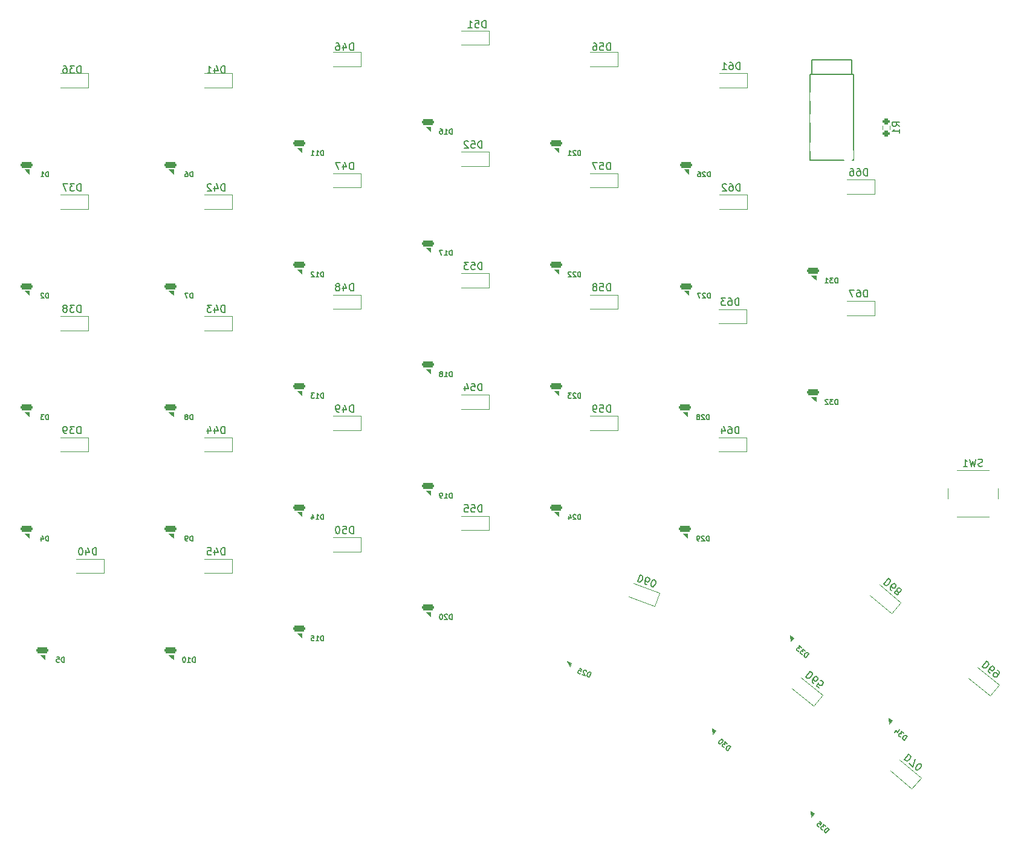
<source format=gbo>
G04 #@! TF.GenerationSoftware,KiCad,Pcbnew,(6.0.5)*
G04 #@! TF.CreationDate,2022-06-20T01:21:13+02:00*
G04 #@! TF.ProjectId,LPKeyboard,4c504b65-7962-46f6-9172-642e6b696361,rev?*
G04 #@! TF.SameCoordinates,Original*
G04 #@! TF.FileFunction,Legend,Bot*
G04 #@! TF.FilePolarity,Positive*
%FSLAX46Y46*%
G04 Gerber Fmt 4.6, Leading zero omitted, Abs format (unit mm)*
G04 Created by KiCad (PCBNEW (6.0.5)) date 2022-06-20 01:21:13*
%MOMM*%
%LPD*%
G01*
G04 APERTURE LIST*
G04 Aperture macros list*
%AMRoundRect*
0 Rectangle with rounded corners*
0 $1 Rounding radius*
0 $2 $3 $4 $5 $6 $7 $8 $9 X,Y pos of 4 corners*
0 Add a 4 corners polygon primitive as box body*
4,1,4,$2,$3,$4,$5,$6,$7,$8,$9,$2,$3,0*
0 Add four circle primitives for the rounded corners*
1,1,$1+$1,$2,$3*
1,1,$1+$1,$4,$5*
1,1,$1+$1,$6,$7*
1,1,$1+$1,$8,$9*
0 Add four rect primitives between the rounded corners*
20,1,$1+$1,$2,$3,$4,$5,0*
20,1,$1+$1,$4,$5,$6,$7,0*
20,1,$1+$1,$6,$7,$8,$9,0*
20,1,$1+$1,$8,$9,$2,$3,0*%
%AMRotRect*
0 Rectangle, with rotation*
0 The origin of the aperture is its center*
0 $1 length*
0 $2 width*
0 $3 Rotation angle, in degrees counterclockwise*
0 Add horizontal line*
21,1,$1,$2,0,0,$3*%
G04 Aperture macros list end*
%ADD10C,0.150000*%
%ADD11C,0.100000*%
%ADD12C,0.120000*%
%ADD13C,1.900000*%
%ADD14C,3.400000*%
%ADD15R,1.600000X1.600000*%
%ADD16O,1.600000X1.600000*%
%ADD17C,2.000000*%
%ADD18C,0.800000*%
%ADD19O,1.600000X2.000000*%
%ADD20R,1.700000X0.820000*%
%ADD21RoundRect,0.205000X-0.645000X-0.205000X0.645000X-0.205000X0.645000X0.205000X-0.645000X0.205000X0*%
%ADD22R,0.900000X1.200000*%
%ADD23RotRect,0.900000X1.200000X140.000000*%
%ADD24RotRect,1.700000X0.820000X320.000000*%
%ADD25RoundRect,0.205000X-0.625870X0.257559X0.362327X-0.571637X0.625870X-0.257559X-0.362327X0.571637X0*%
%ADD26RotRect,1.700000X0.820000X340.000000*%
%ADD27RoundRect,0.205000X-0.676216X0.027966X0.535988X-0.413240X0.676216X-0.027966X-0.535988X0.413240X0*%
%ADD28RoundRect,0.200000X0.275000X-0.200000X0.275000X0.200000X-0.275000X0.200000X-0.275000X-0.200000X0*%
%ADD29RotRect,0.900000X1.200000X160.000000*%
G04 APERTURE END LIST*
D10*
X122442764Y-115694231D02*
X122442764Y-114994231D01*
X122276097Y-114994231D01*
X122176097Y-115027565D01*
X122109430Y-115094231D01*
X122076097Y-115160898D01*
X122042764Y-115294231D01*
X122042764Y-115394231D01*
X122076097Y-115527565D01*
X122109430Y-115594231D01*
X122176097Y-115660898D01*
X122276097Y-115694231D01*
X122442764Y-115694231D01*
X121776097Y-115060898D02*
X121742764Y-115027565D01*
X121676097Y-114994231D01*
X121509430Y-114994231D01*
X121442764Y-115027565D01*
X121409430Y-115060898D01*
X121376097Y-115127565D01*
X121376097Y-115194231D01*
X121409430Y-115294231D01*
X121809430Y-115694231D01*
X121376097Y-115694231D01*
X120776097Y-115227565D02*
X120776097Y-115694231D01*
X120942764Y-114960898D02*
X121109430Y-115460898D01*
X120676097Y-115460898D01*
X47921930Y-67694231D02*
X47921930Y-66994231D01*
X47755264Y-66994231D01*
X47655264Y-67027565D01*
X47588597Y-67094231D01*
X47555264Y-67160898D01*
X47521930Y-67294231D01*
X47521930Y-67394231D01*
X47555264Y-67527565D01*
X47588597Y-67594231D01*
X47655264Y-67660898D01*
X47755264Y-67694231D01*
X47921930Y-67694231D01*
X46855264Y-67694231D02*
X47255264Y-67694231D01*
X47055264Y-67694231D02*
X47055264Y-66994231D01*
X47121930Y-67094231D01*
X47188597Y-67160898D01*
X47255264Y-67194231D01*
X90621785Y-66666780D02*
X90621785Y-65666780D01*
X90383690Y-65666780D01*
X90240833Y-65714400D01*
X90145595Y-65809638D01*
X90097976Y-65904876D01*
X90050357Y-66095352D01*
X90050357Y-66238209D01*
X90097976Y-66428685D01*
X90145595Y-66523923D01*
X90240833Y-66619161D01*
X90383690Y-66666780D01*
X90621785Y-66666780D01*
X89193214Y-66000114D02*
X89193214Y-66666780D01*
X89431309Y-65619161D02*
X89669404Y-66333447D01*
X89050357Y-66333447D01*
X88764642Y-65666780D02*
X88097976Y-65666780D01*
X88526547Y-66666780D01*
X126621785Y-49982380D02*
X126621785Y-48982380D01*
X126383690Y-48982380D01*
X126240833Y-49030000D01*
X126145595Y-49125238D01*
X126097976Y-49220476D01*
X126050357Y-49410952D01*
X126050357Y-49553809D01*
X126097976Y-49744285D01*
X126145595Y-49839523D01*
X126240833Y-49934761D01*
X126383690Y-49982380D01*
X126621785Y-49982380D01*
X125145595Y-48982380D02*
X125621785Y-48982380D01*
X125669404Y-49458571D01*
X125621785Y-49410952D01*
X125526547Y-49363333D01*
X125288452Y-49363333D01*
X125193214Y-49410952D01*
X125145595Y-49458571D01*
X125097976Y-49553809D01*
X125097976Y-49791904D01*
X125145595Y-49887142D01*
X125193214Y-49934761D01*
X125288452Y-49982380D01*
X125526547Y-49982380D01*
X125621785Y-49934761D01*
X125669404Y-49887142D01*
X124240833Y-48982380D02*
X124431309Y-48982380D01*
X124526547Y-49030000D01*
X124574166Y-49077619D01*
X124669404Y-49220476D01*
X124717023Y-49410952D01*
X124717023Y-49791904D01*
X124669404Y-49887142D01*
X124621785Y-49934761D01*
X124526547Y-49982380D01*
X124336071Y-49982380D01*
X124240833Y-49934761D01*
X124193214Y-49887142D01*
X124145595Y-49791904D01*
X124145595Y-49553809D01*
X124193214Y-49458571D01*
X124240833Y-49410952D01*
X124336071Y-49363333D01*
X124526547Y-49363333D01*
X124621785Y-49410952D01*
X124669404Y-49458571D01*
X124717023Y-49553809D01*
X72621785Y-53157380D02*
X72621785Y-52157380D01*
X72383690Y-52157380D01*
X72240833Y-52205000D01*
X72145595Y-52300238D01*
X72097976Y-52395476D01*
X72050357Y-52585952D01*
X72050357Y-52728809D01*
X72097976Y-52919285D01*
X72145595Y-53014523D01*
X72240833Y-53109761D01*
X72383690Y-53157380D01*
X72621785Y-53157380D01*
X71193214Y-52490714D02*
X71193214Y-53157380D01*
X71431309Y-52109761D02*
X71669404Y-52824047D01*
X71050357Y-52824047D01*
X70145595Y-53157380D02*
X70717023Y-53157380D01*
X70431309Y-53157380D02*
X70431309Y-52157380D01*
X70526547Y-52300238D01*
X70621785Y-52395476D01*
X70717023Y-52443095D01*
X68442764Y-135694231D02*
X68442764Y-134994231D01*
X68276097Y-134994231D01*
X68176097Y-135027565D01*
X68109430Y-135094231D01*
X68076097Y-135160898D01*
X68042764Y-135294231D01*
X68042764Y-135394231D01*
X68076097Y-135527565D01*
X68109430Y-135594231D01*
X68176097Y-135660898D01*
X68276097Y-135694231D01*
X68442764Y-135694231D01*
X67376097Y-135694231D02*
X67776097Y-135694231D01*
X67576097Y-135694231D02*
X67576097Y-134994231D01*
X67642764Y-135094231D01*
X67709430Y-135160898D01*
X67776097Y-135194231D01*
X66942764Y-134994231D02*
X66876097Y-134994231D01*
X66809430Y-135027565D01*
X66776097Y-135060898D01*
X66742764Y-135127565D01*
X66709430Y-135260898D01*
X66709430Y-135427565D01*
X66742764Y-135560898D01*
X66776097Y-135627565D01*
X66809430Y-135660898D01*
X66876097Y-135694231D01*
X66942764Y-135694231D01*
X67009430Y-135660898D01*
X67042764Y-135627565D01*
X67076097Y-135560898D01*
X67109430Y-135427565D01*
X67109430Y-135260898D01*
X67076097Y-135127565D01*
X67042764Y-135060898D01*
X67009430Y-135027565D01*
X66942764Y-134994231D01*
X126621785Y-66666780D02*
X126621785Y-65666780D01*
X126383690Y-65666780D01*
X126240833Y-65714400D01*
X126145595Y-65809638D01*
X126097976Y-65904876D01*
X126050357Y-66095352D01*
X126050357Y-66238209D01*
X126097976Y-66428685D01*
X126145595Y-66523923D01*
X126240833Y-66619161D01*
X126383690Y-66666780D01*
X126621785Y-66666780D01*
X125145595Y-65666780D02*
X125621785Y-65666780D01*
X125669404Y-66142971D01*
X125621785Y-66095352D01*
X125526547Y-66047733D01*
X125288452Y-66047733D01*
X125193214Y-66095352D01*
X125145595Y-66142971D01*
X125097976Y-66238209D01*
X125097976Y-66476304D01*
X125145595Y-66571542D01*
X125193214Y-66619161D01*
X125288452Y-66666780D01*
X125526547Y-66666780D01*
X125621785Y-66619161D01*
X125669404Y-66571542D01*
X124764642Y-65666780D02*
X124097976Y-65666780D01*
X124526547Y-66666780D01*
X72621785Y-120666780D02*
X72621785Y-119666780D01*
X72383690Y-119666780D01*
X72240833Y-119714400D01*
X72145595Y-119809638D01*
X72097976Y-119904876D01*
X72050357Y-120095352D01*
X72050357Y-120238209D01*
X72097976Y-120428685D01*
X72145595Y-120523923D01*
X72240833Y-120619161D01*
X72383690Y-120666780D01*
X72621785Y-120666780D01*
X71193214Y-120000114D02*
X71193214Y-120666780D01*
X71431309Y-119619161D02*
X71669404Y-120333447D01*
X71050357Y-120333447D01*
X70193214Y-119666780D02*
X70669404Y-119666780D01*
X70717023Y-120142971D01*
X70669404Y-120095352D01*
X70574166Y-120047733D01*
X70336071Y-120047733D01*
X70240833Y-120095352D01*
X70193214Y-120142971D01*
X70145595Y-120238209D01*
X70145595Y-120476304D01*
X70193214Y-120571542D01*
X70240833Y-120619161D01*
X70336071Y-120666780D01*
X70574166Y-120666780D01*
X70669404Y-120619161D01*
X70717023Y-120571542D01*
X140592764Y-67694231D02*
X140592764Y-66994231D01*
X140426097Y-66994231D01*
X140326097Y-67027565D01*
X140259430Y-67094231D01*
X140226097Y-67160898D01*
X140192764Y-67294231D01*
X140192764Y-67394231D01*
X140226097Y-67527565D01*
X140259430Y-67594231D01*
X140326097Y-67660898D01*
X140426097Y-67694231D01*
X140592764Y-67694231D01*
X139926097Y-67060898D02*
X139892764Y-67027565D01*
X139826097Y-66994231D01*
X139659430Y-66994231D01*
X139592764Y-67027565D01*
X139559430Y-67060898D01*
X139526097Y-67127565D01*
X139526097Y-67194231D01*
X139559430Y-67294231D01*
X139959430Y-67694231D01*
X139526097Y-67694231D01*
X138926097Y-66994231D02*
X139059430Y-66994231D01*
X139126097Y-67027565D01*
X139159430Y-67060898D01*
X139226097Y-67160898D01*
X139259430Y-67294231D01*
X139259430Y-67560898D01*
X139226097Y-67627565D01*
X139192764Y-67660898D01*
X139126097Y-67694231D01*
X138992764Y-67694231D01*
X138926097Y-67660898D01*
X138892764Y-67627565D01*
X138859430Y-67560898D01*
X138859430Y-67394231D01*
X138892764Y-67327565D01*
X138926097Y-67294231D01*
X138992764Y-67260898D01*
X139126097Y-67260898D01*
X139192764Y-67294231D01*
X139226097Y-67327565D01*
X139259430Y-67394231D01*
X122442764Y-64694231D02*
X122442764Y-63994231D01*
X122276097Y-63994231D01*
X122176097Y-64027565D01*
X122109430Y-64094231D01*
X122076097Y-64160898D01*
X122042764Y-64294231D01*
X122042764Y-64394231D01*
X122076097Y-64527565D01*
X122109430Y-64594231D01*
X122176097Y-64660898D01*
X122276097Y-64694231D01*
X122442764Y-64694231D01*
X121776097Y-64060898D02*
X121742764Y-64027565D01*
X121676097Y-63994231D01*
X121509430Y-63994231D01*
X121442764Y-64027565D01*
X121409430Y-64060898D01*
X121376097Y-64127565D01*
X121376097Y-64194231D01*
X121409430Y-64294231D01*
X121809430Y-64694231D01*
X121376097Y-64694231D01*
X120709430Y-64694231D02*
X121109430Y-64694231D01*
X120909430Y-64694231D02*
X120909430Y-63994231D01*
X120976097Y-64094231D01*
X121042764Y-64160898D01*
X121109430Y-64194231D01*
X109164285Y-46807380D02*
X109164285Y-45807380D01*
X108926190Y-45807380D01*
X108783333Y-45855000D01*
X108688095Y-45950238D01*
X108640476Y-46045476D01*
X108592857Y-46235952D01*
X108592857Y-46378809D01*
X108640476Y-46569285D01*
X108688095Y-46664523D01*
X108783333Y-46759761D01*
X108926190Y-46807380D01*
X109164285Y-46807380D01*
X107688095Y-45807380D02*
X108164285Y-45807380D01*
X108211904Y-46283571D01*
X108164285Y-46235952D01*
X108069047Y-46188333D01*
X107830952Y-46188333D01*
X107735714Y-46235952D01*
X107688095Y-46283571D01*
X107640476Y-46378809D01*
X107640476Y-46616904D01*
X107688095Y-46712142D01*
X107735714Y-46759761D01*
X107830952Y-46807380D01*
X108069047Y-46807380D01*
X108164285Y-46759761D01*
X108211904Y-46712142D01*
X106688095Y-46807380D02*
X107259523Y-46807380D01*
X106973809Y-46807380D02*
X106973809Y-45807380D01*
X107069047Y-45950238D01*
X107164285Y-46045476D01*
X107259523Y-46093095D01*
X52434285Y-103666780D02*
X52434285Y-102666780D01*
X52196190Y-102666780D01*
X52053333Y-102714400D01*
X51958095Y-102809638D01*
X51910476Y-102904876D01*
X51862857Y-103095352D01*
X51862857Y-103238209D01*
X51910476Y-103428685D01*
X51958095Y-103523923D01*
X52053333Y-103619161D01*
X52196190Y-103666780D01*
X52434285Y-103666780D01*
X51529523Y-102666780D02*
X50910476Y-102666780D01*
X51243809Y-103047733D01*
X51100952Y-103047733D01*
X51005714Y-103095352D01*
X50958095Y-103142971D01*
X50910476Y-103238209D01*
X50910476Y-103476304D01*
X50958095Y-103571542D01*
X51005714Y-103619161D01*
X51100952Y-103666780D01*
X51386666Y-103666780D01*
X51481904Y-103619161D01*
X51529523Y-103571542D01*
X50434285Y-103666780D02*
X50243809Y-103666780D01*
X50148571Y-103619161D01*
X50100952Y-103571542D01*
X50005714Y-103428685D01*
X49958095Y-103238209D01*
X49958095Y-102857257D01*
X50005714Y-102762019D01*
X50053333Y-102714400D01*
X50148571Y-102666780D01*
X50339047Y-102666780D01*
X50434285Y-102714400D01*
X50481904Y-102762019D01*
X50529523Y-102857257D01*
X50529523Y-103095352D01*
X50481904Y-103190590D01*
X50434285Y-103238209D01*
X50339047Y-103285828D01*
X50148571Y-103285828D01*
X50053333Y-103238209D01*
X50005714Y-103190590D01*
X49958095Y-103095352D01*
X86442764Y-81694231D02*
X86442764Y-80994231D01*
X86276097Y-80994231D01*
X86176097Y-81027565D01*
X86109430Y-81094231D01*
X86076097Y-81160898D01*
X86042764Y-81294231D01*
X86042764Y-81394231D01*
X86076097Y-81527565D01*
X86109430Y-81594231D01*
X86176097Y-81660898D01*
X86276097Y-81694231D01*
X86442764Y-81694231D01*
X85376097Y-81694231D02*
X85776097Y-81694231D01*
X85576097Y-81694231D02*
X85576097Y-80994231D01*
X85642764Y-81094231D01*
X85709430Y-81160898D01*
X85776097Y-81194231D01*
X85109430Y-81060898D02*
X85076097Y-81027565D01*
X85009430Y-80994231D01*
X84842764Y-80994231D01*
X84776097Y-81027565D01*
X84742764Y-81060898D01*
X84709430Y-81127565D01*
X84709430Y-81194231D01*
X84742764Y-81294231D01*
X85142764Y-81694231D01*
X84709430Y-81694231D01*
X90621785Y-83666780D02*
X90621785Y-82666780D01*
X90383690Y-82666780D01*
X90240833Y-82714400D01*
X90145595Y-82809638D01*
X90097976Y-82904876D01*
X90050357Y-83095352D01*
X90050357Y-83238209D01*
X90097976Y-83428685D01*
X90145595Y-83523923D01*
X90240833Y-83619161D01*
X90383690Y-83666780D01*
X90621785Y-83666780D01*
X89193214Y-83000114D02*
X89193214Y-83666780D01*
X89431309Y-82619161D02*
X89669404Y-83333447D01*
X89050357Y-83333447D01*
X88526547Y-83095352D02*
X88621785Y-83047733D01*
X88669404Y-83000114D01*
X88717023Y-82904876D01*
X88717023Y-82857257D01*
X88669404Y-82762019D01*
X88621785Y-82714400D01*
X88526547Y-82666780D01*
X88336071Y-82666780D01*
X88240833Y-82714400D01*
X88193214Y-82762019D01*
X88145595Y-82857257D01*
X88145595Y-82904876D01*
X88193214Y-83000114D01*
X88240833Y-83047733D01*
X88336071Y-83095352D01*
X88526547Y-83095352D01*
X88621785Y-83142971D01*
X88669404Y-83190590D01*
X88717023Y-83285828D01*
X88717023Y-83476304D01*
X88669404Y-83571542D01*
X88621785Y-83619161D01*
X88526547Y-83666780D01*
X88336071Y-83666780D01*
X88240833Y-83619161D01*
X88193214Y-83571542D01*
X88145595Y-83476304D01*
X88145595Y-83285828D01*
X88193214Y-83190590D01*
X88240833Y-83142971D01*
X88336071Y-83095352D01*
X126621785Y-100666780D02*
X126621785Y-99666780D01*
X126383690Y-99666780D01*
X126240833Y-99714400D01*
X126145595Y-99809638D01*
X126097976Y-99904876D01*
X126050357Y-100095352D01*
X126050357Y-100238209D01*
X126097976Y-100428685D01*
X126145595Y-100523923D01*
X126240833Y-100619161D01*
X126383690Y-100666780D01*
X126621785Y-100666780D01*
X125145595Y-99666780D02*
X125621785Y-99666780D01*
X125669404Y-100142971D01*
X125621785Y-100095352D01*
X125526547Y-100047733D01*
X125288452Y-100047733D01*
X125193214Y-100095352D01*
X125145595Y-100142971D01*
X125097976Y-100238209D01*
X125097976Y-100476304D01*
X125145595Y-100571542D01*
X125193214Y-100619161D01*
X125288452Y-100666780D01*
X125526547Y-100666780D01*
X125621785Y-100619161D01*
X125669404Y-100571542D01*
X124621785Y-100666780D02*
X124431309Y-100666780D01*
X124336071Y-100619161D01*
X124288452Y-100571542D01*
X124193214Y-100428685D01*
X124145595Y-100238209D01*
X124145595Y-99857257D01*
X124193214Y-99762019D01*
X124240833Y-99714400D01*
X124336071Y-99666780D01*
X124526547Y-99666780D01*
X124621785Y-99714400D01*
X124669404Y-99762019D01*
X124717023Y-99857257D01*
X124717023Y-100095352D01*
X124669404Y-100190590D01*
X124621785Y-100238209D01*
X124526547Y-100285828D01*
X124336071Y-100285828D01*
X124240833Y-100238209D01*
X124193214Y-100190590D01*
X124145595Y-100095352D01*
X154622040Y-136989286D02*
X153979252Y-137755330D01*
X154161643Y-137908375D01*
X154301687Y-137963723D01*
X154435862Y-137951985D01*
X154533558Y-137909637D01*
X154692472Y-137794333D01*
X154784299Y-137684898D01*
X154870256Y-137508376D01*
X154894996Y-137404810D01*
X154883257Y-137270636D01*
X154804431Y-137142330D01*
X154622040Y-136989286D01*
X155073601Y-138673598D02*
X154927688Y-138551162D01*
X154885340Y-138453466D01*
X154879471Y-138386379D01*
X154898341Y-138215726D01*
X154984298Y-138039204D01*
X155229170Y-137747378D01*
X155326866Y-137705030D01*
X155393953Y-137699161D01*
X155497519Y-137723900D01*
X155643432Y-137846336D01*
X155685780Y-137944032D01*
X155691649Y-138011119D01*
X155666910Y-138114685D01*
X155513865Y-138297076D01*
X155416169Y-138339424D01*
X155349082Y-138345293D01*
X155245516Y-138320554D01*
X155099603Y-138198118D01*
X155057255Y-138100422D01*
X155051386Y-138033335D01*
X155076125Y-137929769D01*
X155839646Y-139316386D02*
X155474863Y-139010297D01*
X155744474Y-138614905D01*
X155750343Y-138681992D01*
X155792691Y-138779688D01*
X155975082Y-138932733D01*
X156078648Y-138957472D01*
X156145735Y-138951603D01*
X156243431Y-138909255D01*
X156396476Y-138726864D01*
X156421215Y-138623298D01*
X156415346Y-138556211D01*
X156372998Y-138458515D01*
X156190607Y-138305470D01*
X156087041Y-138280730D01*
X156019954Y-138286600D01*
X52434285Y-53157380D02*
X52434285Y-52157380D01*
X52196190Y-52157380D01*
X52053333Y-52205000D01*
X51958095Y-52300238D01*
X51910476Y-52395476D01*
X51862857Y-52585952D01*
X51862857Y-52728809D01*
X51910476Y-52919285D01*
X51958095Y-53014523D01*
X52053333Y-53109761D01*
X52196190Y-53157380D01*
X52434285Y-53157380D01*
X51529523Y-52157380D02*
X50910476Y-52157380D01*
X51243809Y-52538333D01*
X51100952Y-52538333D01*
X51005714Y-52585952D01*
X50958095Y-52633571D01*
X50910476Y-52728809D01*
X50910476Y-52966904D01*
X50958095Y-53062142D01*
X51005714Y-53109761D01*
X51100952Y-53157380D01*
X51386666Y-53157380D01*
X51481904Y-53109761D01*
X51529523Y-53062142D01*
X50053333Y-52157380D02*
X50243809Y-52157380D01*
X50339047Y-52205000D01*
X50386666Y-52252619D01*
X50481904Y-52395476D01*
X50529523Y-52585952D01*
X50529523Y-52966904D01*
X50481904Y-53062142D01*
X50434285Y-53109761D01*
X50339047Y-53157380D01*
X50148571Y-53157380D01*
X50053333Y-53109761D01*
X50005714Y-53062142D01*
X49958095Y-52966904D01*
X49958095Y-52728809D01*
X50005714Y-52633571D01*
X50053333Y-52585952D01*
X50148571Y-52538333D01*
X50339047Y-52538333D01*
X50434285Y-52585952D01*
X50481904Y-52633571D01*
X50529523Y-52728809D01*
X68109430Y-67694231D02*
X68109430Y-66994231D01*
X67942764Y-66994231D01*
X67842764Y-67027565D01*
X67776097Y-67094231D01*
X67742764Y-67160898D01*
X67709430Y-67294231D01*
X67709430Y-67394231D01*
X67742764Y-67527565D01*
X67776097Y-67594231D01*
X67842764Y-67660898D01*
X67942764Y-67694231D01*
X68109430Y-67694231D01*
X67109430Y-66994231D02*
X67242764Y-66994231D01*
X67309430Y-67027565D01*
X67342764Y-67060898D01*
X67409430Y-67160898D01*
X67442764Y-67294231D01*
X67442764Y-67560898D01*
X67409430Y-67627565D01*
X67376097Y-67660898D01*
X67309430Y-67694231D01*
X67176097Y-67694231D01*
X67109430Y-67660898D01*
X67076097Y-67627565D01*
X67042764Y-67560898D01*
X67042764Y-67394231D01*
X67076097Y-67327565D01*
X67109430Y-67294231D01*
X67176097Y-67260898D01*
X67309430Y-67260898D01*
X67376097Y-67294231D01*
X67409430Y-67327565D01*
X67442764Y-67394231D01*
X104442764Y-95694231D02*
X104442764Y-94994231D01*
X104276097Y-94994231D01*
X104176097Y-95027565D01*
X104109430Y-95094231D01*
X104076097Y-95160898D01*
X104042764Y-95294231D01*
X104042764Y-95394231D01*
X104076097Y-95527565D01*
X104109430Y-95594231D01*
X104176097Y-95660898D01*
X104276097Y-95694231D01*
X104442764Y-95694231D01*
X103376097Y-95694231D02*
X103776097Y-95694231D01*
X103576097Y-95694231D02*
X103576097Y-94994231D01*
X103642764Y-95094231D01*
X103709430Y-95160898D01*
X103776097Y-95194231D01*
X102976097Y-95294231D02*
X103042764Y-95260898D01*
X103076097Y-95227565D01*
X103109430Y-95160898D01*
X103109430Y-95127565D01*
X103076097Y-95060898D01*
X103042764Y-95027565D01*
X102976097Y-94994231D01*
X102842764Y-94994231D01*
X102776097Y-95027565D01*
X102742764Y-95060898D01*
X102709430Y-95127565D01*
X102709430Y-95160898D01*
X102742764Y-95227565D01*
X102776097Y-95260898D01*
X102842764Y-95294231D01*
X102976097Y-95294231D01*
X103042764Y-95327565D01*
X103076097Y-95360898D01*
X103109430Y-95427565D01*
X103109430Y-95560898D01*
X103076097Y-95627565D01*
X103042764Y-95660898D01*
X102976097Y-95694231D01*
X102842764Y-95694231D01*
X102776097Y-95660898D01*
X102742764Y-95627565D01*
X102709430Y-95560898D01*
X102709430Y-95427565D01*
X102742764Y-95360898D01*
X102776097Y-95327565D01*
X102842764Y-95294231D01*
X72621785Y-69666780D02*
X72621785Y-68666780D01*
X72383690Y-68666780D01*
X72240833Y-68714400D01*
X72145595Y-68809638D01*
X72097976Y-68904876D01*
X72050357Y-69095352D01*
X72050357Y-69238209D01*
X72097976Y-69428685D01*
X72145595Y-69523923D01*
X72240833Y-69619161D01*
X72383690Y-69666780D01*
X72621785Y-69666780D01*
X71193214Y-69000114D02*
X71193214Y-69666780D01*
X71431309Y-68619161D02*
X71669404Y-69333447D01*
X71050357Y-69333447D01*
X70717023Y-68762019D02*
X70669404Y-68714400D01*
X70574166Y-68666780D01*
X70336071Y-68666780D01*
X70240833Y-68714400D01*
X70193214Y-68762019D01*
X70145595Y-68857257D01*
X70145595Y-68952495D01*
X70193214Y-69095352D01*
X70764642Y-69666780D01*
X70145595Y-69666780D01*
X122442764Y-81694231D02*
X122442764Y-80994231D01*
X122276097Y-80994231D01*
X122176097Y-81027565D01*
X122109430Y-81094231D01*
X122076097Y-81160898D01*
X122042764Y-81294231D01*
X122042764Y-81394231D01*
X122076097Y-81527565D01*
X122109430Y-81594231D01*
X122176097Y-81660898D01*
X122276097Y-81694231D01*
X122442764Y-81694231D01*
X121776097Y-81060898D02*
X121742764Y-81027565D01*
X121676097Y-80994231D01*
X121509430Y-80994231D01*
X121442764Y-81027565D01*
X121409430Y-81060898D01*
X121376097Y-81127565D01*
X121376097Y-81194231D01*
X121409430Y-81294231D01*
X121809430Y-81694231D01*
X121376097Y-81694231D01*
X121109430Y-81060898D02*
X121076097Y-81027565D01*
X121009430Y-80994231D01*
X120842764Y-80994231D01*
X120776097Y-81027565D01*
X120742764Y-81060898D01*
X120709430Y-81127565D01*
X120709430Y-81194231D01*
X120742764Y-81294231D01*
X121142764Y-81694231D01*
X120709430Y-81694231D01*
X86442764Y-98694231D02*
X86442764Y-97994231D01*
X86276097Y-97994231D01*
X86176097Y-98027565D01*
X86109430Y-98094231D01*
X86076097Y-98160898D01*
X86042764Y-98294231D01*
X86042764Y-98394231D01*
X86076097Y-98527565D01*
X86109430Y-98594231D01*
X86176097Y-98660898D01*
X86276097Y-98694231D01*
X86442764Y-98694231D01*
X85376097Y-98694231D02*
X85776097Y-98694231D01*
X85576097Y-98694231D02*
X85576097Y-97994231D01*
X85642764Y-98094231D01*
X85709430Y-98160898D01*
X85776097Y-98194231D01*
X85142764Y-97994231D02*
X84709430Y-97994231D01*
X84942764Y-98260898D01*
X84842764Y-98260898D01*
X84776097Y-98294231D01*
X84742764Y-98327565D01*
X84709430Y-98394231D01*
X84709430Y-98560898D01*
X84742764Y-98627565D01*
X84776097Y-98660898D01*
X84842764Y-98694231D01*
X85042764Y-98694231D01*
X85109430Y-98660898D01*
X85142764Y-98627565D01*
X122442764Y-98694231D02*
X122442764Y-97994231D01*
X122276097Y-97994231D01*
X122176097Y-98027565D01*
X122109430Y-98094231D01*
X122076097Y-98160898D01*
X122042764Y-98294231D01*
X122042764Y-98394231D01*
X122076097Y-98527565D01*
X122109430Y-98594231D01*
X122176097Y-98660898D01*
X122276097Y-98694231D01*
X122442764Y-98694231D01*
X121776097Y-98060898D02*
X121742764Y-98027565D01*
X121676097Y-97994231D01*
X121509430Y-97994231D01*
X121442764Y-98027565D01*
X121409430Y-98060898D01*
X121376097Y-98127565D01*
X121376097Y-98194231D01*
X121409430Y-98294231D01*
X121809430Y-98694231D01*
X121376097Y-98694231D01*
X121142764Y-97994231D02*
X120709430Y-97994231D01*
X120942764Y-98260898D01*
X120842764Y-98260898D01*
X120776097Y-98294231D01*
X120742764Y-98327565D01*
X120709430Y-98394231D01*
X120709430Y-98560898D01*
X120742764Y-98627565D01*
X120776097Y-98660898D01*
X120842764Y-98694231D01*
X121042764Y-98694231D01*
X121109430Y-98660898D01*
X121142764Y-98627565D01*
X144771785Y-69666780D02*
X144771785Y-68666780D01*
X144533690Y-68666780D01*
X144390833Y-68714400D01*
X144295595Y-68809638D01*
X144247976Y-68904876D01*
X144200357Y-69095352D01*
X144200357Y-69238209D01*
X144247976Y-69428685D01*
X144295595Y-69523923D01*
X144390833Y-69619161D01*
X144533690Y-69666780D01*
X144771785Y-69666780D01*
X143343214Y-68666780D02*
X143533690Y-68666780D01*
X143628928Y-68714400D01*
X143676547Y-68762019D01*
X143771785Y-68904876D01*
X143819404Y-69095352D01*
X143819404Y-69476304D01*
X143771785Y-69571542D01*
X143724166Y-69619161D01*
X143628928Y-69666780D01*
X143438452Y-69666780D01*
X143343214Y-69619161D01*
X143295595Y-69571542D01*
X143247976Y-69476304D01*
X143247976Y-69238209D01*
X143295595Y-69142971D01*
X143343214Y-69095352D01*
X143438452Y-69047733D01*
X143628928Y-69047733D01*
X143724166Y-69095352D01*
X143771785Y-69142971D01*
X143819404Y-69238209D01*
X142867023Y-68762019D02*
X142819404Y-68714400D01*
X142724166Y-68666780D01*
X142486071Y-68666780D01*
X142390833Y-68714400D01*
X142343214Y-68762019D01*
X142295595Y-68857257D01*
X142295595Y-68952495D01*
X142343214Y-69095352D01*
X142914642Y-69666780D01*
X142295595Y-69666780D01*
X104442764Y-61694231D02*
X104442764Y-60994231D01*
X104276097Y-60994231D01*
X104176097Y-61027565D01*
X104109430Y-61094231D01*
X104076097Y-61160898D01*
X104042764Y-61294231D01*
X104042764Y-61394231D01*
X104076097Y-61527565D01*
X104109430Y-61594231D01*
X104176097Y-61660898D01*
X104276097Y-61694231D01*
X104442764Y-61694231D01*
X103376097Y-61694231D02*
X103776097Y-61694231D01*
X103576097Y-61694231D02*
X103576097Y-60994231D01*
X103642764Y-61094231D01*
X103709430Y-61160898D01*
X103776097Y-61194231D01*
X102776097Y-60994231D02*
X102909430Y-60994231D01*
X102976097Y-61027565D01*
X103009430Y-61060898D01*
X103076097Y-61160898D01*
X103109430Y-61294231D01*
X103109430Y-61560898D01*
X103076097Y-61627565D01*
X103042764Y-61660898D01*
X102976097Y-61694231D01*
X102842764Y-61694231D01*
X102776097Y-61660898D01*
X102742764Y-61627565D01*
X102709430Y-61560898D01*
X102709430Y-61394231D01*
X102742764Y-61327565D01*
X102776097Y-61294231D01*
X102842764Y-61260898D01*
X102976097Y-61260898D01*
X103042764Y-61294231D01*
X103076097Y-61327565D01*
X103109430Y-61394231D01*
X86442764Y-64694231D02*
X86442764Y-63994231D01*
X86276097Y-63994231D01*
X86176097Y-64027565D01*
X86109430Y-64094231D01*
X86076097Y-64160898D01*
X86042764Y-64294231D01*
X86042764Y-64394231D01*
X86076097Y-64527565D01*
X86109430Y-64594231D01*
X86176097Y-64660898D01*
X86276097Y-64694231D01*
X86442764Y-64694231D01*
X85376097Y-64694231D02*
X85776097Y-64694231D01*
X85576097Y-64694231D02*
X85576097Y-63994231D01*
X85642764Y-64094231D01*
X85709430Y-64160898D01*
X85776097Y-64194231D01*
X84709430Y-64694231D02*
X85109430Y-64694231D01*
X84909430Y-64694231D02*
X84909430Y-63994231D01*
X84976097Y-64094231D01*
X85042764Y-64160898D01*
X85109430Y-64194231D01*
X90621785Y-117666780D02*
X90621785Y-116666780D01*
X90383690Y-116666780D01*
X90240833Y-116714400D01*
X90145595Y-116809638D01*
X90097976Y-116904876D01*
X90050357Y-117095352D01*
X90050357Y-117238209D01*
X90097976Y-117428685D01*
X90145595Y-117523923D01*
X90240833Y-117619161D01*
X90383690Y-117666780D01*
X90621785Y-117666780D01*
X89145595Y-116666780D02*
X89621785Y-116666780D01*
X89669404Y-117142971D01*
X89621785Y-117095352D01*
X89526547Y-117047733D01*
X89288452Y-117047733D01*
X89193214Y-117095352D01*
X89145595Y-117142971D01*
X89097976Y-117238209D01*
X89097976Y-117476304D01*
X89145595Y-117571542D01*
X89193214Y-117619161D01*
X89288452Y-117666780D01*
X89526547Y-117666780D01*
X89621785Y-117619161D01*
X89669404Y-117571542D01*
X88478928Y-116666780D02*
X88383690Y-116666780D01*
X88288452Y-116714400D01*
X88240833Y-116762019D01*
X88193214Y-116857257D01*
X88145595Y-117047733D01*
X88145595Y-117285828D01*
X88193214Y-117476304D01*
X88240833Y-117571542D01*
X88288452Y-117619161D01*
X88383690Y-117666780D01*
X88478928Y-117666780D01*
X88574166Y-117619161D01*
X88621785Y-117571542D01*
X88669404Y-117476304D01*
X88717023Y-117285828D01*
X88717023Y-117047733D01*
X88669404Y-116857257D01*
X88621785Y-116762019D01*
X88574166Y-116714400D01*
X88478928Y-116666780D01*
X104442764Y-112694231D02*
X104442764Y-111994231D01*
X104276097Y-111994231D01*
X104176097Y-112027565D01*
X104109430Y-112094231D01*
X104076097Y-112160898D01*
X104042764Y-112294231D01*
X104042764Y-112394231D01*
X104076097Y-112527565D01*
X104109430Y-112594231D01*
X104176097Y-112660898D01*
X104276097Y-112694231D01*
X104442764Y-112694231D01*
X103376097Y-112694231D02*
X103776097Y-112694231D01*
X103576097Y-112694231D02*
X103576097Y-111994231D01*
X103642764Y-112094231D01*
X103709430Y-112160898D01*
X103776097Y-112194231D01*
X103042764Y-112694231D02*
X102909430Y-112694231D01*
X102842764Y-112660898D01*
X102809430Y-112627565D01*
X102742764Y-112527565D01*
X102709430Y-112394231D01*
X102709430Y-112127565D01*
X102742764Y-112060898D01*
X102776097Y-112027565D01*
X102842764Y-111994231D01*
X102976097Y-111994231D01*
X103042764Y-112027565D01*
X103076097Y-112060898D01*
X103109430Y-112127565D01*
X103109430Y-112294231D01*
X103076097Y-112360898D01*
X103042764Y-112394231D01*
X102976097Y-112427565D01*
X102842764Y-112427565D01*
X102776097Y-112394231D01*
X102742764Y-112360898D01*
X102709430Y-112294231D01*
X162621785Y-84541780D02*
X162621785Y-83541780D01*
X162383690Y-83541780D01*
X162240833Y-83589400D01*
X162145595Y-83684638D01*
X162097976Y-83779876D01*
X162050357Y-83970352D01*
X162050357Y-84113209D01*
X162097976Y-84303685D01*
X162145595Y-84398923D01*
X162240833Y-84494161D01*
X162383690Y-84541780D01*
X162621785Y-84541780D01*
X161193214Y-83541780D02*
X161383690Y-83541780D01*
X161478928Y-83589400D01*
X161526547Y-83637019D01*
X161621785Y-83779876D01*
X161669404Y-83970352D01*
X161669404Y-84351304D01*
X161621785Y-84446542D01*
X161574166Y-84494161D01*
X161478928Y-84541780D01*
X161288452Y-84541780D01*
X161193214Y-84494161D01*
X161145595Y-84446542D01*
X161097976Y-84351304D01*
X161097976Y-84113209D01*
X161145595Y-84017971D01*
X161193214Y-83970352D01*
X161288452Y-83922733D01*
X161478928Y-83922733D01*
X161574166Y-83970352D01*
X161621785Y-84017971D01*
X161669404Y-84113209D01*
X160764642Y-83541780D02*
X160097976Y-83541780D01*
X160526547Y-84541780D01*
X104442764Y-78694231D02*
X104442764Y-77994231D01*
X104276097Y-77994231D01*
X104176097Y-78027565D01*
X104109430Y-78094231D01*
X104076097Y-78160898D01*
X104042764Y-78294231D01*
X104042764Y-78394231D01*
X104076097Y-78527565D01*
X104109430Y-78594231D01*
X104176097Y-78660898D01*
X104276097Y-78694231D01*
X104442764Y-78694231D01*
X103376097Y-78694231D02*
X103776097Y-78694231D01*
X103576097Y-78694231D02*
X103576097Y-77994231D01*
X103642764Y-78094231D01*
X103709430Y-78160898D01*
X103776097Y-78194231D01*
X103142764Y-77994231D02*
X102676097Y-77994231D01*
X102976097Y-78694231D01*
X90621785Y-49982380D02*
X90621785Y-48982380D01*
X90383690Y-48982380D01*
X90240833Y-49030000D01*
X90145595Y-49125238D01*
X90097976Y-49220476D01*
X90050357Y-49410952D01*
X90050357Y-49553809D01*
X90097976Y-49744285D01*
X90145595Y-49839523D01*
X90240833Y-49934761D01*
X90383690Y-49982380D01*
X90621785Y-49982380D01*
X89193214Y-49315714D02*
X89193214Y-49982380D01*
X89431309Y-48934761D02*
X89669404Y-49649047D01*
X89050357Y-49649047D01*
X88240833Y-48982380D02*
X88431309Y-48982380D01*
X88526547Y-49030000D01*
X88574166Y-49077619D01*
X88669404Y-49220476D01*
X88717023Y-49410952D01*
X88717023Y-49791904D01*
X88669404Y-49887142D01*
X88621785Y-49934761D01*
X88526547Y-49982380D01*
X88336071Y-49982380D01*
X88240833Y-49934761D01*
X88193214Y-49887142D01*
X88145595Y-49791904D01*
X88145595Y-49553809D01*
X88193214Y-49458571D01*
X88240833Y-49410952D01*
X88336071Y-49363333D01*
X88526547Y-49363333D01*
X88621785Y-49410952D01*
X88669404Y-49458571D01*
X88717023Y-49553809D01*
X47921930Y-84694231D02*
X47921930Y-83994231D01*
X47755264Y-83994231D01*
X47655264Y-84027565D01*
X47588597Y-84094231D01*
X47555264Y-84160898D01*
X47521930Y-84294231D01*
X47521930Y-84394231D01*
X47555264Y-84527565D01*
X47588597Y-84594231D01*
X47655264Y-84660898D01*
X47755264Y-84694231D01*
X47921930Y-84694231D01*
X47255264Y-84060898D02*
X47221930Y-84027565D01*
X47155264Y-83994231D01*
X46988597Y-83994231D01*
X46921930Y-84027565D01*
X46888597Y-84060898D01*
X46855264Y-84127565D01*
X46855264Y-84194231D01*
X46888597Y-84294231D01*
X47288597Y-84694231D01*
X46855264Y-84694231D01*
X162621785Y-67541780D02*
X162621785Y-66541780D01*
X162383690Y-66541780D01*
X162240833Y-66589400D01*
X162145595Y-66684638D01*
X162097976Y-66779876D01*
X162050357Y-66970352D01*
X162050357Y-67113209D01*
X162097976Y-67303685D01*
X162145595Y-67398923D01*
X162240833Y-67494161D01*
X162383690Y-67541780D01*
X162621785Y-67541780D01*
X161193214Y-66541780D02*
X161383690Y-66541780D01*
X161478928Y-66589400D01*
X161526547Y-66637019D01*
X161621785Y-66779876D01*
X161669404Y-66970352D01*
X161669404Y-67351304D01*
X161621785Y-67446542D01*
X161574166Y-67494161D01*
X161478928Y-67541780D01*
X161288452Y-67541780D01*
X161193214Y-67494161D01*
X161145595Y-67446542D01*
X161097976Y-67351304D01*
X161097976Y-67113209D01*
X161145595Y-67017971D01*
X161193214Y-66970352D01*
X161288452Y-66922733D01*
X161478928Y-66922733D01*
X161574166Y-66970352D01*
X161621785Y-67017971D01*
X161669404Y-67113209D01*
X160240833Y-66541780D02*
X160431309Y-66541780D01*
X160526547Y-66589400D01*
X160574166Y-66637019D01*
X160669404Y-66779876D01*
X160717023Y-66970352D01*
X160717023Y-67351304D01*
X160669404Y-67446542D01*
X160621785Y-67494161D01*
X160526547Y-67541780D01*
X160336071Y-67541780D01*
X160240833Y-67494161D01*
X160193214Y-67446542D01*
X160145595Y-67351304D01*
X160145595Y-67113209D01*
X160193214Y-67017971D01*
X160240833Y-66970352D01*
X160336071Y-66922733D01*
X160526547Y-66922733D01*
X160621785Y-66970352D01*
X160669404Y-67017971D01*
X160717023Y-67113209D01*
X68109430Y-84694231D02*
X68109430Y-83994231D01*
X67942764Y-83994231D01*
X67842764Y-84027565D01*
X67776097Y-84094231D01*
X67742764Y-84160898D01*
X67709430Y-84294231D01*
X67709430Y-84394231D01*
X67742764Y-84527565D01*
X67776097Y-84594231D01*
X67842764Y-84660898D01*
X67942764Y-84694231D01*
X68109430Y-84694231D01*
X67476097Y-83994231D02*
X67009430Y-83994231D01*
X67309430Y-84694231D01*
X47921930Y-118694231D02*
X47921930Y-117994231D01*
X47755264Y-117994231D01*
X47655264Y-118027565D01*
X47588597Y-118094231D01*
X47555264Y-118160898D01*
X47521930Y-118294231D01*
X47521930Y-118394231D01*
X47555264Y-118527565D01*
X47588597Y-118594231D01*
X47655264Y-118660898D01*
X47755264Y-118694231D01*
X47921930Y-118694231D01*
X46921930Y-118227565D02*
X46921930Y-118694231D01*
X47088597Y-117960898D02*
X47255264Y-118460898D01*
X46821930Y-118460898D01*
X156826343Y-159641599D02*
X157276294Y-159105368D01*
X157148620Y-158998236D01*
X157050589Y-158959492D01*
X156956667Y-158967710D01*
X156888280Y-158997353D01*
X156777040Y-159078066D01*
X156712761Y-159154670D01*
X156652591Y-159278236D01*
X156635273Y-159350732D01*
X156643491Y-159444654D01*
X156698669Y-159534467D01*
X156826343Y-159641599D01*
X156791133Y-158698269D02*
X156459180Y-158419727D01*
X156466514Y-158773990D01*
X156389909Y-158709711D01*
X156317413Y-158692393D01*
X156270452Y-158696502D01*
X156202065Y-158726145D01*
X156094934Y-158853819D01*
X156077616Y-158926315D01*
X156081725Y-158973276D01*
X156111368Y-159041664D01*
X156264577Y-159170221D01*
X156337073Y-159187539D01*
X156384034Y-159183430D01*
X155974019Y-158012629D02*
X156229367Y-158226891D01*
X156040639Y-158503666D01*
X156036531Y-158456705D01*
X156006887Y-158388317D01*
X155879213Y-158281186D01*
X155806717Y-158263868D01*
X155759756Y-158267977D01*
X155691369Y-158297620D01*
X155584238Y-158425294D01*
X155566920Y-158497790D01*
X155571028Y-158544751D01*
X155600672Y-158613139D01*
X155728346Y-158720270D01*
X155800842Y-158737587D01*
X155847803Y-158733479D01*
X123661876Y-137789887D02*
X123901290Y-137132102D01*
X123744675Y-137075099D01*
X123639305Y-137072220D01*
X123553857Y-137112065D01*
X123499733Y-137163310D01*
X123422807Y-137277202D01*
X123388605Y-137371171D01*
X123374325Y-137507864D01*
X123382847Y-137581911D01*
X123422692Y-137667358D01*
X123505260Y-137732884D01*
X123661876Y-137789887D01*
X123252027Y-136966735D02*
X123232104Y-136924011D01*
X123180859Y-136869887D01*
X123024244Y-136812883D01*
X122950197Y-136821405D01*
X122907473Y-136841327D01*
X122853348Y-136892573D01*
X122830547Y-136955219D01*
X122827668Y-137060589D01*
X123066737Y-137573274D01*
X122659537Y-137425065D01*
X122303812Y-136550668D02*
X122617043Y-136664675D01*
X122534360Y-136989306D01*
X122514437Y-136946582D01*
X122463192Y-136892458D01*
X122306576Y-136835455D01*
X122232530Y-136843976D01*
X122189806Y-136863899D01*
X122135681Y-136915144D01*
X122078678Y-137071760D01*
X122087200Y-137145807D01*
X122107122Y-137188530D01*
X122158368Y-137242655D01*
X122314983Y-137299658D01*
X122389030Y-137291136D01*
X122431754Y-137271214D01*
X72621785Y-86666780D02*
X72621785Y-85666780D01*
X72383690Y-85666780D01*
X72240833Y-85714400D01*
X72145595Y-85809638D01*
X72097976Y-85904876D01*
X72050357Y-86095352D01*
X72050357Y-86238209D01*
X72097976Y-86428685D01*
X72145595Y-86523923D01*
X72240833Y-86619161D01*
X72383690Y-86666780D01*
X72621785Y-86666780D01*
X71193214Y-86000114D02*
X71193214Y-86666780D01*
X71431309Y-85619161D02*
X71669404Y-86333447D01*
X71050357Y-86333447D01*
X70764642Y-85666780D02*
X70145595Y-85666780D01*
X70478928Y-86047733D01*
X70336071Y-86047733D01*
X70240833Y-86095352D01*
X70193214Y-86142971D01*
X70145595Y-86238209D01*
X70145595Y-86476304D01*
X70193214Y-86571542D01*
X70240833Y-86619161D01*
X70336071Y-86666780D01*
X70621785Y-86666780D01*
X70717023Y-86619161D01*
X70764642Y-86571542D01*
X68109430Y-101694231D02*
X68109430Y-100994231D01*
X67942764Y-100994231D01*
X67842764Y-101027565D01*
X67776097Y-101094231D01*
X67742764Y-101160898D01*
X67709430Y-101294231D01*
X67709430Y-101394231D01*
X67742764Y-101527565D01*
X67776097Y-101594231D01*
X67842764Y-101660898D01*
X67942764Y-101694231D01*
X68109430Y-101694231D01*
X67309430Y-101294231D02*
X67376097Y-101260898D01*
X67409430Y-101227565D01*
X67442764Y-101160898D01*
X67442764Y-101127565D01*
X67409430Y-101060898D01*
X67376097Y-101027565D01*
X67309430Y-100994231D01*
X67176097Y-100994231D01*
X67109430Y-101027565D01*
X67076097Y-101060898D01*
X67042764Y-101127565D01*
X67042764Y-101160898D01*
X67076097Y-101227565D01*
X67109430Y-101260898D01*
X67176097Y-101294231D01*
X67309430Y-101294231D01*
X67376097Y-101327565D01*
X67409430Y-101360898D01*
X67442764Y-101427565D01*
X67442764Y-101560898D01*
X67409430Y-101627565D01*
X67376097Y-101660898D01*
X67309430Y-101694231D01*
X67176097Y-101694231D01*
X67109430Y-101660898D01*
X67076097Y-101627565D01*
X67042764Y-101560898D01*
X67042764Y-101427565D01*
X67076097Y-101360898D01*
X67109430Y-101327565D01*
X67176097Y-101294231D01*
X108621785Y-114666780D02*
X108621785Y-113666780D01*
X108383690Y-113666780D01*
X108240833Y-113714400D01*
X108145595Y-113809638D01*
X108097976Y-113904876D01*
X108050357Y-114095352D01*
X108050357Y-114238209D01*
X108097976Y-114428685D01*
X108145595Y-114523923D01*
X108240833Y-114619161D01*
X108383690Y-114666780D01*
X108621785Y-114666780D01*
X107145595Y-113666780D02*
X107621785Y-113666780D01*
X107669404Y-114142971D01*
X107621785Y-114095352D01*
X107526547Y-114047733D01*
X107288452Y-114047733D01*
X107193214Y-114095352D01*
X107145595Y-114142971D01*
X107097976Y-114238209D01*
X107097976Y-114476304D01*
X107145595Y-114571542D01*
X107193214Y-114619161D01*
X107288452Y-114666780D01*
X107526547Y-114666780D01*
X107621785Y-114619161D01*
X107669404Y-114571542D01*
X106193214Y-113666780D02*
X106669404Y-113666780D01*
X106717023Y-114142971D01*
X106669404Y-114095352D01*
X106574166Y-114047733D01*
X106336071Y-114047733D01*
X106240833Y-114095352D01*
X106193214Y-114142971D01*
X106145595Y-114238209D01*
X106145595Y-114476304D01*
X106193214Y-114571542D01*
X106240833Y-114619161D01*
X106336071Y-114666780D01*
X106574166Y-114666780D01*
X106669404Y-114619161D01*
X106717023Y-114571542D01*
X144621785Y-85709780D02*
X144621785Y-84709780D01*
X144383690Y-84709780D01*
X144240833Y-84757400D01*
X144145595Y-84852638D01*
X144097976Y-84947876D01*
X144050357Y-85138352D01*
X144050357Y-85281209D01*
X144097976Y-85471685D01*
X144145595Y-85566923D01*
X144240833Y-85662161D01*
X144383690Y-85709780D01*
X144621785Y-85709780D01*
X143193214Y-84709780D02*
X143383690Y-84709780D01*
X143478928Y-84757400D01*
X143526547Y-84805019D01*
X143621785Y-84947876D01*
X143669404Y-85138352D01*
X143669404Y-85519304D01*
X143621785Y-85614542D01*
X143574166Y-85662161D01*
X143478928Y-85709780D01*
X143288452Y-85709780D01*
X143193214Y-85662161D01*
X143145595Y-85614542D01*
X143097976Y-85519304D01*
X143097976Y-85281209D01*
X143145595Y-85185971D01*
X143193214Y-85138352D01*
X143288452Y-85090733D01*
X143478928Y-85090733D01*
X143574166Y-85138352D01*
X143621785Y-85185971D01*
X143669404Y-85281209D01*
X142764642Y-84709780D02*
X142145595Y-84709780D01*
X142478928Y-85090733D01*
X142336071Y-85090733D01*
X142240833Y-85138352D01*
X142193214Y-85185971D01*
X142145595Y-85281209D01*
X142145595Y-85519304D01*
X142193214Y-85614542D01*
X142240833Y-85662161D01*
X142336071Y-85709780D01*
X142621785Y-85709780D01*
X142717023Y-85662161D01*
X142764642Y-85614542D01*
X167753734Y-146618843D02*
X168203685Y-146082612D01*
X168076011Y-145975480D01*
X167977980Y-145936736D01*
X167884058Y-145944954D01*
X167815671Y-145974597D01*
X167704431Y-146055310D01*
X167640152Y-146131914D01*
X167579982Y-146255480D01*
X167562664Y-146327976D01*
X167570882Y-146421898D01*
X167626060Y-146511711D01*
X167753734Y-146618843D01*
X167718524Y-145675513D02*
X167386571Y-145396971D01*
X167393905Y-145751234D01*
X167317300Y-145686955D01*
X167244804Y-145669637D01*
X167197843Y-145673746D01*
X167129456Y-145703389D01*
X167022325Y-145831063D01*
X167005007Y-145903559D01*
X167009116Y-145950520D01*
X167038759Y-146018908D01*
X167191968Y-146147465D01*
X167264464Y-146164783D01*
X167311425Y-146160674D01*
X166776961Y-145190043D02*
X166476993Y-145547530D01*
X167076045Y-145092895D02*
X166882325Y-145583049D01*
X166550372Y-145304508D01*
X143037544Y-148071422D02*
X143487495Y-147535191D01*
X143359821Y-147428059D01*
X143261790Y-147389315D01*
X143167868Y-147397533D01*
X143099481Y-147427176D01*
X142988241Y-147507889D01*
X142923962Y-147584493D01*
X142863792Y-147708059D01*
X142846474Y-147780555D01*
X142854692Y-147874477D01*
X142909870Y-147964290D01*
X143037544Y-148071422D01*
X143002334Y-147128092D02*
X142670381Y-146849550D01*
X142677715Y-147203813D01*
X142601110Y-147139534D01*
X142528614Y-147122216D01*
X142481653Y-147126325D01*
X142413266Y-147155968D01*
X142306135Y-147283642D01*
X142288817Y-147356138D01*
X142292926Y-147403099D01*
X142322569Y-147471487D01*
X142475778Y-147600044D01*
X142548274Y-147617362D01*
X142595235Y-147613253D01*
X142338429Y-146571009D02*
X142287359Y-146528157D01*
X142214863Y-146510839D01*
X142167902Y-146514948D01*
X142099515Y-146544591D01*
X141988275Y-146625304D01*
X141881144Y-146752978D01*
X141820973Y-146876544D01*
X141803656Y-146949039D01*
X141807764Y-146996000D01*
X141837408Y-147064388D01*
X141888477Y-147107240D01*
X141960973Y-147124558D01*
X142007934Y-147120449D01*
X142076321Y-147090806D01*
X142187561Y-147010093D01*
X142294693Y-146882419D01*
X142354863Y-146758853D01*
X142372180Y-146686358D01*
X142368072Y-146639397D01*
X142338429Y-146571009D01*
X86442764Y-115694231D02*
X86442764Y-114994231D01*
X86276097Y-114994231D01*
X86176097Y-115027565D01*
X86109430Y-115094231D01*
X86076097Y-115160898D01*
X86042764Y-115294231D01*
X86042764Y-115394231D01*
X86076097Y-115527565D01*
X86109430Y-115594231D01*
X86176097Y-115660898D01*
X86276097Y-115694231D01*
X86442764Y-115694231D01*
X85376097Y-115694231D02*
X85776097Y-115694231D01*
X85576097Y-115694231D02*
X85576097Y-114994231D01*
X85642764Y-115094231D01*
X85709430Y-115160898D01*
X85776097Y-115194231D01*
X84776097Y-115227565D02*
X84776097Y-115694231D01*
X84942764Y-114960898D02*
X85109430Y-115460898D01*
X84676097Y-115460898D01*
X168410839Y-148559462D02*
X167768051Y-149325506D01*
X167950442Y-149478551D01*
X168090486Y-149533899D01*
X168224661Y-149522161D01*
X168322357Y-149479813D01*
X168481271Y-149364509D01*
X168573098Y-149255074D01*
X168659055Y-149078552D01*
X168683795Y-148974986D01*
X168672056Y-148840812D01*
X168593230Y-148712506D01*
X168410839Y-148559462D01*
X168461139Y-149907076D02*
X168971835Y-150335601D01*
X169286318Y-149294076D01*
X169409575Y-150702908D02*
X169482531Y-150764126D01*
X169586097Y-150788866D01*
X169653184Y-150782996D01*
X169750880Y-150740649D01*
X169909794Y-150625344D01*
X170062839Y-150442953D01*
X170148796Y-150266431D01*
X170173536Y-150162865D01*
X170167667Y-150095778D01*
X170125319Y-149998082D01*
X170052362Y-149936864D01*
X169948797Y-149912124D01*
X169881710Y-149917994D01*
X169784013Y-149960341D01*
X169625099Y-150075646D01*
X169472055Y-150258037D01*
X169386097Y-150434559D01*
X169361358Y-150538125D01*
X169367227Y-150605212D01*
X169409575Y-150702908D01*
X126621785Y-83666780D02*
X126621785Y-82666780D01*
X126383690Y-82666780D01*
X126240833Y-82714400D01*
X126145595Y-82809638D01*
X126097976Y-82904876D01*
X126050357Y-83095352D01*
X126050357Y-83238209D01*
X126097976Y-83428685D01*
X126145595Y-83523923D01*
X126240833Y-83619161D01*
X126383690Y-83666780D01*
X126621785Y-83666780D01*
X125145595Y-82666780D02*
X125621785Y-82666780D01*
X125669404Y-83142971D01*
X125621785Y-83095352D01*
X125526547Y-83047733D01*
X125288452Y-83047733D01*
X125193214Y-83095352D01*
X125145595Y-83142971D01*
X125097976Y-83238209D01*
X125097976Y-83476304D01*
X125145595Y-83571542D01*
X125193214Y-83619161D01*
X125288452Y-83666780D01*
X125526547Y-83666780D01*
X125621785Y-83619161D01*
X125669404Y-83571542D01*
X124526547Y-83095352D02*
X124621785Y-83047733D01*
X124669404Y-83000114D01*
X124717023Y-82904876D01*
X124717023Y-82857257D01*
X124669404Y-82762019D01*
X124621785Y-82714400D01*
X124526547Y-82666780D01*
X124336071Y-82666780D01*
X124240833Y-82714400D01*
X124193214Y-82762019D01*
X124145595Y-82857257D01*
X124145595Y-82904876D01*
X124193214Y-83000114D01*
X124240833Y-83047733D01*
X124336071Y-83095352D01*
X124526547Y-83095352D01*
X124621785Y-83142971D01*
X124669404Y-83190590D01*
X124717023Y-83285828D01*
X124717023Y-83476304D01*
X124669404Y-83571542D01*
X124621785Y-83619161D01*
X124526547Y-83666780D01*
X124336071Y-83666780D01*
X124240833Y-83619161D01*
X124193214Y-83571542D01*
X124145595Y-83476304D01*
X124145595Y-83285828D01*
X124193214Y-83190590D01*
X124240833Y-83142971D01*
X124336071Y-83095352D01*
X50109430Y-135694231D02*
X50109430Y-134994231D01*
X49942764Y-134994231D01*
X49842764Y-135027565D01*
X49776097Y-135094231D01*
X49742764Y-135160898D01*
X49709430Y-135294231D01*
X49709430Y-135394231D01*
X49742764Y-135527565D01*
X49776097Y-135594231D01*
X49842764Y-135660898D01*
X49942764Y-135694231D01*
X50109430Y-135694231D01*
X49076097Y-134994231D02*
X49409430Y-134994231D01*
X49442764Y-135327565D01*
X49409430Y-135294231D01*
X49342764Y-135260898D01*
X49176097Y-135260898D01*
X49109430Y-135294231D01*
X49076097Y-135327565D01*
X49042764Y-135394231D01*
X49042764Y-135560898D01*
X49076097Y-135627565D01*
X49109430Y-135660898D01*
X49176097Y-135694231D01*
X49342764Y-135694231D01*
X49409430Y-135660898D01*
X49442764Y-135627565D01*
X167134780Y-60640933D02*
X166658590Y-60307600D01*
X167134780Y-60069504D02*
X166134780Y-60069504D01*
X166134780Y-60450457D01*
X166182400Y-60545695D01*
X166230019Y-60593314D01*
X166325257Y-60640933D01*
X166468114Y-60640933D01*
X166563352Y-60593314D01*
X166610971Y-60545695D01*
X166658590Y-60450457D01*
X166658590Y-60069504D01*
X167134780Y-61593314D02*
X167134780Y-61021885D01*
X167134780Y-61307600D02*
X166134780Y-61307600D01*
X166277638Y-61212361D01*
X166372876Y-61117123D01*
X166420495Y-61021885D01*
X72621785Y-103666780D02*
X72621785Y-102666780D01*
X72383690Y-102666780D01*
X72240833Y-102714400D01*
X72145595Y-102809638D01*
X72097976Y-102904876D01*
X72050357Y-103095352D01*
X72050357Y-103238209D01*
X72097976Y-103428685D01*
X72145595Y-103523923D01*
X72240833Y-103619161D01*
X72383690Y-103666780D01*
X72621785Y-103666780D01*
X71193214Y-103000114D02*
X71193214Y-103666780D01*
X71431309Y-102619161D02*
X71669404Y-103333447D01*
X71050357Y-103333447D01*
X70240833Y-103000114D02*
X70240833Y-103666780D01*
X70478928Y-102619161D02*
X70717023Y-103333447D01*
X70097976Y-103333447D01*
X54621785Y-120666780D02*
X54621785Y-119666780D01*
X54383690Y-119666780D01*
X54240833Y-119714400D01*
X54145595Y-119809638D01*
X54097976Y-119904876D01*
X54050357Y-120095352D01*
X54050357Y-120238209D01*
X54097976Y-120428685D01*
X54145595Y-120523923D01*
X54240833Y-120619161D01*
X54383690Y-120666780D01*
X54621785Y-120666780D01*
X53193214Y-120000114D02*
X53193214Y-120666780D01*
X53431309Y-119619161D02*
X53669404Y-120333447D01*
X53050357Y-120333447D01*
X52478928Y-119666780D02*
X52383690Y-119666780D01*
X52288452Y-119714400D01*
X52240833Y-119762019D01*
X52193214Y-119857257D01*
X52145595Y-120047733D01*
X52145595Y-120285828D01*
X52193214Y-120476304D01*
X52240833Y-120571542D01*
X52288452Y-120619161D01*
X52383690Y-120666780D01*
X52478928Y-120666780D01*
X52574166Y-120619161D01*
X52621785Y-120571542D01*
X52669404Y-120476304D01*
X52717023Y-120285828D01*
X52717023Y-120047733D01*
X52669404Y-119857257D01*
X52621785Y-119762019D01*
X52574166Y-119714400D01*
X52478928Y-119666780D01*
X52434285Y-86666780D02*
X52434285Y-85666780D01*
X52196190Y-85666780D01*
X52053333Y-85714400D01*
X51958095Y-85809638D01*
X51910476Y-85904876D01*
X51862857Y-86095352D01*
X51862857Y-86238209D01*
X51910476Y-86428685D01*
X51958095Y-86523923D01*
X52053333Y-86619161D01*
X52196190Y-86666780D01*
X52434285Y-86666780D01*
X51529523Y-85666780D02*
X50910476Y-85666780D01*
X51243809Y-86047733D01*
X51100952Y-86047733D01*
X51005714Y-86095352D01*
X50958095Y-86142971D01*
X50910476Y-86238209D01*
X50910476Y-86476304D01*
X50958095Y-86571542D01*
X51005714Y-86619161D01*
X51100952Y-86666780D01*
X51386666Y-86666780D01*
X51481904Y-86619161D01*
X51529523Y-86571542D01*
X50339047Y-86095352D02*
X50434285Y-86047733D01*
X50481904Y-86000114D01*
X50529523Y-85904876D01*
X50529523Y-85857257D01*
X50481904Y-85762019D01*
X50434285Y-85714400D01*
X50339047Y-85666780D01*
X50148571Y-85666780D01*
X50053333Y-85714400D01*
X50005714Y-85762019D01*
X49958095Y-85857257D01*
X49958095Y-85904876D01*
X50005714Y-86000114D01*
X50053333Y-86047733D01*
X50148571Y-86095352D01*
X50339047Y-86095352D01*
X50434285Y-86142971D01*
X50481904Y-86190590D01*
X50529523Y-86285828D01*
X50529523Y-86476304D01*
X50481904Y-86571542D01*
X50434285Y-86619161D01*
X50339047Y-86666780D01*
X50148571Y-86666780D01*
X50053333Y-86619161D01*
X50005714Y-86571542D01*
X49958095Y-86476304D01*
X49958095Y-86285828D01*
X50005714Y-86190590D01*
X50053333Y-86142971D01*
X50148571Y-86095352D01*
X52434285Y-69666780D02*
X52434285Y-68666780D01*
X52196190Y-68666780D01*
X52053333Y-68714400D01*
X51958095Y-68809638D01*
X51910476Y-68904876D01*
X51862857Y-69095352D01*
X51862857Y-69238209D01*
X51910476Y-69428685D01*
X51958095Y-69523923D01*
X52053333Y-69619161D01*
X52196190Y-69666780D01*
X52434285Y-69666780D01*
X51529523Y-68666780D02*
X50910476Y-68666780D01*
X51243809Y-69047733D01*
X51100952Y-69047733D01*
X51005714Y-69095352D01*
X50958095Y-69142971D01*
X50910476Y-69238209D01*
X50910476Y-69476304D01*
X50958095Y-69571542D01*
X51005714Y-69619161D01*
X51100952Y-69666780D01*
X51386666Y-69666780D01*
X51481904Y-69619161D01*
X51529523Y-69571542D01*
X50577142Y-68666780D02*
X49910476Y-68666780D01*
X50339047Y-69666780D01*
X140447500Y-101694066D02*
X140447500Y-100994066D01*
X140280833Y-100994066D01*
X140180833Y-101027400D01*
X140114166Y-101094066D01*
X140080833Y-101160733D01*
X140047500Y-101294066D01*
X140047500Y-101394066D01*
X140080833Y-101527400D01*
X140114166Y-101594066D01*
X140180833Y-101660733D01*
X140280833Y-101694066D01*
X140447500Y-101694066D01*
X139780833Y-101060733D02*
X139747500Y-101027400D01*
X139680833Y-100994066D01*
X139514166Y-100994066D01*
X139447500Y-101027400D01*
X139414166Y-101060733D01*
X139380833Y-101127400D01*
X139380833Y-101194066D01*
X139414166Y-101294066D01*
X139814166Y-101694066D01*
X139380833Y-101694066D01*
X138980833Y-101294066D02*
X139047500Y-101260733D01*
X139080833Y-101227400D01*
X139114166Y-101160733D01*
X139114166Y-101127400D01*
X139080833Y-101060733D01*
X139047500Y-101027400D01*
X138980833Y-100994066D01*
X138847500Y-100994066D01*
X138780833Y-101027400D01*
X138747500Y-101060733D01*
X138714166Y-101127400D01*
X138714166Y-101160733D01*
X138747500Y-101227400D01*
X138780833Y-101260733D01*
X138847500Y-101294066D01*
X138980833Y-101294066D01*
X139047500Y-101327400D01*
X139080833Y-101360733D01*
X139114166Y-101427400D01*
X139114166Y-101560733D01*
X139080833Y-101627400D01*
X139047500Y-101660733D01*
X138980833Y-101694066D01*
X138847500Y-101694066D01*
X138780833Y-101660733D01*
X138747500Y-101627400D01*
X138714166Y-101560733D01*
X138714166Y-101427400D01*
X138747500Y-101360733D01*
X138780833Y-101327400D01*
X138847500Y-101294066D01*
X158442764Y-82569231D02*
X158442764Y-81869231D01*
X158276097Y-81869231D01*
X158176097Y-81902565D01*
X158109430Y-81969231D01*
X158076097Y-82035898D01*
X158042764Y-82169231D01*
X158042764Y-82269231D01*
X158076097Y-82402565D01*
X158109430Y-82469231D01*
X158176097Y-82535898D01*
X158276097Y-82569231D01*
X158442764Y-82569231D01*
X157809430Y-81869231D02*
X157376097Y-81869231D01*
X157609430Y-82135898D01*
X157509430Y-82135898D01*
X157442764Y-82169231D01*
X157409430Y-82202565D01*
X157376097Y-82269231D01*
X157376097Y-82435898D01*
X157409430Y-82502565D01*
X157442764Y-82535898D01*
X157509430Y-82569231D01*
X157709430Y-82569231D01*
X157776097Y-82535898D01*
X157809430Y-82502565D01*
X156709430Y-82569231D02*
X157109430Y-82569231D01*
X156909430Y-82569231D02*
X156909430Y-81869231D01*
X156976097Y-81969231D01*
X157042764Y-82035898D01*
X157109430Y-82069231D01*
X108621785Y-97666780D02*
X108621785Y-96666780D01*
X108383690Y-96666780D01*
X108240833Y-96714400D01*
X108145595Y-96809638D01*
X108097976Y-96904876D01*
X108050357Y-97095352D01*
X108050357Y-97238209D01*
X108097976Y-97428685D01*
X108145595Y-97523923D01*
X108240833Y-97619161D01*
X108383690Y-97666780D01*
X108621785Y-97666780D01*
X107145595Y-96666780D02*
X107621785Y-96666780D01*
X107669404Y-97142971D01*
X107621785Y-97095352D01*
X107526547Y-97047733D01*
X107288452Y-97047733D01*
X107193214Y-97095352D01*
X107145595Y-97142971D01*
X107097976Y-97238209D01*
X107097976Y-97476304D01*
X107145595Y-97571542D01*
X107193214Y-97619161D01*
X107288452Y-97666780D01*
X107526547Y-97666780D01*
X107621785Y-97619161D01*
X107669404Y-97571542D01*
X106240833Y-97000114D02*
X106240833Y-97666780D01*
X106478928Y-96619161D02*
X106717023Y-97333447D01*
X106097976Y-97333447D01*
X90621785Y-100666780D02*
X90621785Y-99666780D01*
X90383690Y-99666780D01*
X90240833Y-99714400D01*
X90145595Y-99809638D01*
X90097976Y-99904876D01*
X90050357Y-100095352D01*
X90050357Y-100238209D01*
X90097976Y-100428685D01*
X90145595Y-100523923D01*
X90240833Y-100619161D01*
X90383690Y-100666780D01*
X90621785Y-100666780D01*
X89193214Y-100000114D02*
X89193214Y-100666780D01*
X89431309Y-99619161D02*
X89669404Y-100333447D01*
X89050357Y-100333447D01*
X88621785Y-100666780D02*
X88431309Y-100666780D01*
X88336071Y-100619161D01*
X88288452Y-100571542D01*
X88193214Y-100428685D01*
X88145595Y-100238209D01*
X88145595Y-99857257D01*
X88193214Y-99762019D01*
X88240833Y-99714400D01*
X88336071Y-99666780D01*
X88526547Y-99666780D01*
X88621785Y-99714400D01*
X88669404Y-99762019D01*
X88717023Y-99857257D01*
X88717023Y-100095352D01*
X88669404Y-100190590D01*
X88621785Y-100238209D01*
X88526547Y-100285828D01*
X88336071Y-100285828D01*
X88240833Y-100238209D01*
X88193214Y-100190590D01*
X88145595Y-100095352D01*
X178726933Y-108219561D02*
X178584076Y-108267180D01*
X178345980Y-108267180D01*
X178250742Y-108219561D01*
X178203123Y-108171942D01*
X178155504Y-108076704D01*
X178155504Y-107981466D01*
X178203123Y-107886228D01*
X178250742Y-107838609D01*
X178345980Y-107790990D01*
X178536457Y-107743371D01*
X178631695Y-107695752D01*
X178679314Y-107648133D01*
X178726933Y-107552895D01*
X178726933Y-107457657D01*
X178679314Y-107362419D01*
X178631695Y-107314800D01*
X178536457Y-107267180D01*
X178298361Y-107267180D01*
X178155504Y-107314800D01*
X177822171Y-107267180D02*
X177584076Y-108267180D01*
X177393600Y-107552895D01*
X177203123Y-108267180D01*
X176965028Y-107267180D01*
X176060266Y-108267180D02*
X176631695Y-108267180D01*
X176345980Y-108267180D02*
X176345980Y-107267180D01*
X176441219Y-107410038D01*
X176536457Y-107505276D01*
X176631695Y-107552895D01*
X165549429Y-123966530D02*
X164906641Y-124732574D01*
X165089032Y-124885619D01*
X165229076Y-124940967D01*
X165363251Y-124929229D01*
X165460947Y-124886881D01*
X165619861Y-124771577D01*
X165711688Y-124662142D01*
X165797645Y-124485620D01*
X165822385Y-124382054D01*
X165810646Y-124247880D01*
X165731820Y-124119574D01*
X165549429Y-123966530D01*
X166000990Y-125650842D02*
X165855077Y-125528406D01*
X165812729Y-125430710D01*
X165806860Y-125363623D01*
X165825730Y-125192970D01*
X165911687Y-125016448D01*
X166156559Y-124724622D01*
X166254255Y-124682274D01*
X166321342Y-124676405D01*
X166424908Y-124701144D01*
X166570821Y-124823580D01*
X166613169Y-124921276D01*
X166619038Y-124988363D01*
X166594299Y-125091929D01*
X166441254Y-125274320D01*
X166343558Y-125316668D01*
X166276471Y-125322537D01*
X166172905Y-125297798D01*
X166026992Y-125175362D01*
X165984644Y-125077666D01*
X165978775Y-125010579D01*
X166003514Y-124907013D01*
X166787167Y-125751063D02*
X166683601Y-125726323D01*
X166616514Y-125732192D01*
X166518818Y-125774540D01*
X166488209Y-125811018D01*
X166463469Y-125914584D01*
X166469339Y-125981671D01*
X166511686Y-126079367D01*
X166657600Y-126201803D01*
X166761165Y-126226543D01*
X166828252Y-126220673D01*
X166925949Y-126178326D01*
X166956558Y-126141847D01*
X166981297Y-126038282D01*
X166975428Y-125971194D01*
X166933080Y-125873498D01*
X166787167Y-125751063D01*
X166744819Y-125653366D01*
X166738950Y-125586279D01*
X166763689Y-125482714D01*
X166886125Y-125336800D01*
X166983821Y-125294453D01*
X167050908Y-125288583D01*
X167154474Y-125313323D01*
X167300387Y-125435759D01*
X167342735Y-125533455D01*
X167348604Y-125600542D01*
X167323865Y-125704108D01*
X167201429Y-125850021D01*
X167103733Y-125892368D01*
X167036646Y-125898238D01*
X166933080Y-125873498D01*
X104442764Y-129694231D02*
X104442764Y-128994231D01*
X104276097Y-128994231D01*
X104176097Y-129027565D01*
X104109430Y-129094231D01*
X104076097Y-129160898D01*
X104042764Y-129294231D01*
X104042764Y-129394231D01*
X104076097Y-129527565D01*
X104109430Y-129594231D01*
X104176097Y-129660898D01*
X104276097Y-129694231D01*
X104442764Y-129694231D01*
X103776097Y-129060898D02*
X103742764Y-129027565D01*
X103676097Y-128994231D01*
X103509430Y-128994231D01*
X103442764Y-129027565D01*
X103409430Y-129060898D01*
X103376097Y-129127565D01*
X103376097Y-129194231D01*
X103409430Y-129294231D01*
X103809430Y-129694231D01*
X103376097Y-129694231D01*
X102942764Y-128994231D02*
X102876097Y-128994231D01*
X102809430Y-129027565D01*
X102776097Y-129060898D01*
X102742764Y-129127565D01*
X102709430Y-129260898D01*
X102709430Y-129427565D01*
X102742764Y-129560898D01*
X102776097Y-129627565D01*
X102809430Y-129660898D01*
X102876097Y-129694231D01*
X102942764Y-129694231D01*
X103009430Y-129660898D01*
X103042764Y-129627565D01*
X103076097Y-129560898D01*
X103109430Y-129427565D01*
X103109430Y-129260898D01*
X103076097Y-129127565D01*
X103042764Y-129060898D01*
X103009430Y-129027565D01*
X102942764Y-128994231D01*
X108621785Y-80666780D02*
X108621785Y-79666780D01*
X108383690Y-79666780D01*
X108240833Y-79714400D01*
X108145595Y-79809638D01*
X108097976Y-79904876D01*
X108050357Y-80095352D01*
X108050357Y-80238209D01*
X108097976Y-80428685D01*
X108145595Y-80523923D01*
X108240833Y-80619161D01*
X108383690Y-80666780D01*
X108621785Y-80666780D01*
X107145595Y-79666780D02*
X107621785Y-79666780D01*
X107669404Y-80142971D01*
X107621785Y-80095352D01*
X107526547Y-80047733D01*
X107288452Y-80047733D01*
X107193214Y-80095352D01*
X107145595Y-80142971D01*
X107097976Y-80238209D01*
X107097976Y-80476304D01*
X107145595Y-80571542D01*
X107193214Y-80619161D01*
X107288452Y-80666780D01*
X107526547Y-80666780D01*
X107621785Y-80619161D01*
X107669404Y-80571542D01*
X106764642Y-79666780D02*
X106145595Y-79666780D01*
X106478928Y-80047733D01*
X106336071Y-80047733D01*
X106240833Y-80095352D01*
X106193214Y-80142971D01*
X106145595Y-80238209D01*
X106145595Y-80476304D01*
X106193214Y-80571542D01*
X106240833Y-80619161D01*
X106336071Y-80666780D01*
X106621785Y-80666780D01*
X106717023Y-80619161D01*
X106764642Y-80571542D01*
X68109430Y-118694231D02*
X68109430Y-117994231D01*
X67942764Y-117994231D01*
X67842764Y-118027565D01*
X67776097Y-118094231D01*
X67742764Y-118160898D01*
X67709430Y-118294231D01*
X67709430Y-118394231D01*
X67742764Y-118527565D01*
X67776097Y-118594231D01*
X67842764Y-118660898D01*
X67942764Y-118694231D01*
X68109430Y-118694231D01*
X67376097Y-118694231D02*
X67242764Y-118694231D01*
X67176097Y-118660898D01*
X67142764Y-118627565D01*
X67076097Y-118527565D01*
X67042764Y-118394231D01*
X67042764Y-118127565D01*
X67076097Y-118060898D01*
X67109430Y-118027565D01*
X67176097Y-117994231D01*
X67309430Y-117994231D01*
X67376097Y-118027565D01*
X67409430Y-118060898D01*
X67442764Y-118127565D01*
X67442764Y-118294231D01*
X67409430Y-118360898D01*
X67376097Y-118394231D01*
X67309430Y-118427565D01*
X67176097Y-118427565D01*
X67109430Y-118394231D01*
X67076097Y-118360898D01*
X67042764Y-118294231D01*
X158442764Y-99569231D02*
X158442764Y-98869231D01*
X158276097Y-98869231D01*
X158176097Y-98902565D01*
X158109430Y-98969231D01*
X158076097Y-99035898D01*
X158042764Y-99169231D01*
X158042764Y-99269231D01*
X158076097Y-99402565D01*
X158109430Y-99469231D01*
X158176097Y-99535898D01*
X158276097Y-99569231D01*
X158442764Y-99569231D01*
X157809430Y-98869231D02*
X157376097Y-98869231D01*
X157609430Y-99135898D01*
X157509430Y-99135898D01*
X157442764Y-99169231D01*
X157409430Y-99202565D01*
X157376097Y-99269231D01*
X157376097Y-99435898D01*
X157409430Y-99502565D01*
X157442764Y-99535898D01*
X157509430Y-99569231D01*
X157709430Y-99569231D01*
X157776097Y-99535898D01*
X157809430Y-99502565D01*
X157109430Y-98935898D02*
X157076097Y-98902565D01*
X157009430Y-98869231D01*
X156842764Y-98869231D01*
X156776097Y-98902565D01*
X156742764Y-98935898D01*
X156709430Y-99002565D01*
X156709430Y-99069231D01*
X156742764Y-99169231D01*
X157142764Y-99569231D01*
X156709430Y-99569231D01*
X47921930Y-101694231D02*
X47921930Y-100994231D01*
X47755264Y-100994231D01*
X47655264Y-101027565D01*
X47588597Y-101094231D01*
X47555264Y-101160898D01*
X47521930Y-101294231D01*
X47521930Y-101394231D01*
X47555264Y-101527565D01*
X47588597Y-101594231D01*
X47655264Y-101660898D01*
X47755264Y-101694231D01*
X47921930Y-101694231D01*
X47288597Y-100994231D02*
X46855264Y-100994231D01*
X47088597Y-101260898D01*
X46988597Y-101260898D01*
X46921930Y-101294231D01*
X46888597Y-101327565D01*
X46855264Y-101394231D01*
X46855264Y-101560898D01*
X46888597Y-101627565D01*
X46921930Y-101660898D01*
X46988597Y-101694231D01*
X47188597Y-101694231D01*
X47255264Y-101660898D01*
X47288597Y-101627565D01*
X144771785Y-52666780D02*
X144771785Y-51666780D01*
X144533690Y-51666780D01*
X144390833Y-51714400D01*
X144295595Y-51809638D01*
X144247976Y-51904876D01*
X144200357Y-52095352D01*
X144200357Y-52238209D01*
X144247976Y-52428685D01*
X144295595Y-52523923D01*
X144390833Y-52619161D01*
X144533690Y-52666780D01*
X144771785Y-52666780D01*
X143343214Y-51666780D02*
X143533690Y-51666780D01*
X143628928Y-51714400D01*
X143676547Y-51762019D01*
X143771785Y-51904876D01*
X143819404Y-52095352D01*
X143819404Y-52476304D01*
X143771785Y-52571542D01*
X143724166Y-52619161D01*
X143628928Y-52666780D01*
X143438452Y-52666780D01*
X143343214Y-52619161D01*
X143295595Y-52571542D01*
X143247976Y-52476304D01*
X143247976Y-52238209D01*
X143295595Y-52142971D01*
X143343214Y-52095352D01*
X143438452Y-52047733D01*
X143628928Y-52047733D01*
X143724166Y-52095352D01*
X143771785Y-52142971D01*
X143819404Y-52238209D01*
X142295595Y-52666780D02*
X142867023Y-52666780D01*
X142581309Y-52666780D02*
X142581309Y-51666780D01*
X142676547Y-51809638D01*
X142771785Y-51904876D01*
X142867023Y-51952495D01*
X144621785Y-103666780D02*
X144621785Y-102666780D01*
X144383690Y-102666780D01*
X144240833Y-102714400D01*
X144145595Y-102809638D01*
X144097976Y-102904876D01*
X144050357Y-103095352D01*
X144050357Y-103238209D01*
X144097976Y-103428685D01*
X144145595Y-103523923D01*
X144240833Y-103619161D01*
X144383690Y-103666780D01*
X144621785Y-103666780D01*
X143193214Y-102666780D02*
X143383690Y-102666780D01*
X143478928Y-102714400D01*
X143526547Y-102762019D01*
X143621785Y-102904876D01*
X143669404Y-103095352D01*
X143669404Y-103476304D01*
X143621785Y-103571542D01*
X143574166Y-103619161D01*
X143478928Y-103666780D01*
X143288452Y-103666780D01*
X143193214Y-103619161D01*
X143145595Y-103571542D01*
X143097976Y-103476304D01*
X143097976Y-103238209D01*
X143145595Y-103142971D01*
X143193214Y-103095352D01*
X143288452Y-103047733D01*
X143478928Y-103047733D01*
X143574166Y-103095352D01*
X143621785Y-103142971D01*
X143669404Y-103238209D01*
X142240833Y-103000114D02*
X142240833Y-103666780D01*
X142478928Y-102619161D02*
X142717023Y-103333447D01*
X142097976Y-103333447D01*
X140442764Y-118694231D02*
X140442764Y-117994231D01*
X140276097Y-117994231D01*
X140176097Y-118027565D01*
X140109430Y-118094231D01*
X140076097Y-118160898D01*
X140042764Y-118294231D01*
X140042764Y-118394231D01*
X140076097Y-118527565D01*
X140109430Y-118594231D01*
X140176097Y-118660898D01*
X140276097Y-118694231D01*
X140442764Y-118694231D01*
X139776097Y-118060898D02*
X139742764Y-118027565D01*
X139676097Y-117994231D01*
X139509430Y-117994231D01*
X139442764Y-118027565D01*
X139409430Y-118060898D01*
X139376097Y-118127565D01*
X139376097Y-118194231D01*
X139409430Y-118294231D01*
X139809430Y-118694231D01*
X139376097Y-118694231D01*
X139042764Y-118694231D02*
X138909430Y-118694231D01*
X138842764Y-118660898D01*
X138809430Y-118627565D01*
X138742764Y-118527565D01*
X138709430Y-118394231D01*
X138709430Y-118127565D01*
X138742764Y-118060898D01*
X138776097Y-118027565D01*
X138842764Y-117994231D01*
X138976097Y-117994231D01*
X139042764Y-118027565D01*
X139076097Y-118060898D01*
X139109430Y-118127565D01*
X139109430Y-118294231D01*
X139076097Y-118360898D01*
X139042764Y-118394231D01*
X138976097Y-118427565D01*
X138842764Y-118427565D01*
X138776097Y-118394231D01*
X138742764Y-118360898D01*
X138709430Y-118294231D01*
X140592764Y-84694231D02*
X140592764Y-83994231D01*
X140426097Y-83994231D01*
X140326097Y-84027565D01*
X140259430Y-84094231D01*
X140226097Y-84160898D01*
X140192764Y-84294231D01*
X140192764Y-84394231D01*
X140226097Y-84527565D01*
X140259430Y-84594231D01*
X140326097Y-84660898D01*
X140426097Y-84694231D01*
X140592764Y-84694231D01*
X139926097Y-84060898D02*
X139892764Y-84027565D01*
X139826097Y-83994231D01*
X139659430Y-83994231D01*
X139592764Y-84027565D01*
X139559430Y-84060898D01*
X139526097Y-84127565D01*
X139526097Y-84194231D01*
X139559430Y-84294231D01*
X139959430Y-84694231D01*
X139526097Y-84694231D01*
X139292764Y-83994231D02*
X138826097Y-83994231D01*
X139126097Y-84694231D01*
X108621785Y-63666780D02*
X108621785Y-62666780D01*
X108383690Y-62666780D01*
X108240833Y-62714400D01*
X108145595Y-62809638D01*
X108097976Y-62904876D01*
X108050357Y-63095352D01*
X108050357Y-63238209D01*
X108097976Y-63428685D01*
X108145595Y-63523923D01*
X108240833Y-63619161D01*
X108383690Y-63666780D01*
X108621785Y-63666780D01*
X107145595Y-62666780D02*
X107621785Y-62666780D01*
X107669404Y-63142971D01*
X107621785Y-63095352D01*
X107526547Y-63047733D01*
X107288452Y-63047733D01*
X107193214Y-63095352D01*
X107145595Y-63142971D01*
X107097976Y-63238209D01*
X107097976Y-63476304D01*
X107145595Y-63571542D01*
X107193214Y-63619161D01*
X107288452Y-63666780D01*
X107526547Y-63666780D01*
X107621785Y-63619161D01*
X107669404Y-63571542D01*
X106717023Y-62762019D02*
X106669404Y-62714400D01*
X106574166Y-62666780D01*
X106336071Y-62666780D01*
X106240833Y-62714400D01*
X106193214Y-62762019D01*
X106145595Y-62857257D01*
X106145595Y-62952495D01*
X106193214Y-63095352D01*
X106764642Y-63666780D01*
X106145595Y-63666780D01*
X130756949Y-123415708D02*
X130414928Y-124355401D01*
X130638665Y-124436834D01*
X130789193Y-124440947D01*
X130911261Y-124384026D01*
X130988582Y-124310818D01*
X131098476Y-124148116D01*
X131147336Y-124013874D01*
X131167735Y-123818598D01*
X131155561Y-123712817D01*
X131098640Y-123590749D01*
X130980685Y-123497142D01*
X130756949Y-123415708D01*
X131757346Y-124844001D02*
X131578357Y-124778854D01*
X131505150Y-124701534D01*
X131476689Y-124640500D01*
X131436054Y-124473685D01*
X131456454Y-124278409D01*
X131586747Y-123920431D01*
X131664068Y-123847223D01*
X131725102Y-123818762D01*
X131830883Y-123806588D01*
X132009872Y-123871735D01*
X132083080Y-123949056D01*
X132111541Y-124010090D01*
X132123714Y-124115871D01*
X132042281Y-124339607D01*
X131964960Y-124412815D01*
X131903927Y-124441276D01*
X131798145Y-124453450D01*
X131619156Y-124388303D01*
X131545948Y-124310982D01*
X131517488Y-124249948D01*
X131505314Y-124144167D01*
X132428555Y-125088301D02*
X132518050Y-125120875D01*
X132623831Y-125108701D01*
X132684865Y-125080240D01*
X132762186Y-125007032D01*
X132872080Y-124844330D01*
X132953513Y-124620593D01*
X132973913Y-124425318D01*
X132961739Y-124319536D01*
X132933278Y-124258503D01*
X132860070Y-124181182D01*
X132770576Y-124148609D01*
X132664794Y-124160783D01*
X132603760Y-124189243D01*
X132526440Y-124262451D01*
X132416546Y-124425153D01*
X132335113Y-124648890D01*
X132314713Y-124844165D01*
X132326887Y-124949947D01*
X132355348Y-125010981D01*
X132428555Y-125088301D01*
X86442764Y-132694231D02*
X86442764Y-131994231D01*
X86276097Y-131994231D01*
X86176097Y-132027565D01*
X86109430Y-132094231D01*
X86076097Y-132160898D01*
X86042764Y-132294231D01*
X86042764Y-132394231D01*
X86076097Y-132527565D01*
X86109430Y-132594231D01*
X86176097Y-132660898D01*
X86276097Y-132694231D01*
X86442764Y-132694231D01*
X85376097Y-132694231D02*
X85776097Y-132694231D01*
X85576097Y-132694231D02*
X85576097Y-131994231D01*
X85642764Y-132094231D01*
X85709430Y-132160898D01*
X85776097Y-132194231D01*
X84742764Y-131994231D02*
X85076097Y-131994231D01*
X85109430Y-132327565D01*
X85076097Y-132294231D01*
X85009430Y-132260898D01*
X84842764Y-132260898D01*
X84776097Y-132294231D01*
X84742764Y-132327565D01*
X84709430Y-132394231D01*
X84709430Y-132560898D01*
X84742764Y-132627565D01*
X84776097Y-132660898D01*
X84842764Y-132694231D01*
X85009430Y-132694231D01*
X85076097Y-132660898D01*
X85109430Y-132627565D01*
X153964933Y-135048665D02*
X154414884Y-134512434D01*
X154287210Y-134405302D01*
X154189179Y-134366558D01*
X154095257Y-134374776D01*
X154026870Y-134404419D01*
X153915630Y-134485132D01*
X153851351Y-134561736D01*
X153791181Y-134685302D01*
X153773863Y-134757798D01*
X153782081Y-134851720D01*
X153837259Y-134941533D01*
X153964933Y-135048665D01*
X153929723Y-134105335D02*
X153597770Y-133826793D01*
X153605104Y-134181056D01*
X153528499Y-134116777D01*
X153456003Y-134099459D01*
X153409042Y-134103568D01*
X153340655Y-134133211D01*
X153233524Y-134260885D01*
X153216206Y-134333381D01*
X153220315Y-134380342D01*
X153249958Y-134448730D01*
X153403167Y-134577287D01*
X153475663Y-134594605D01*
X153522624Y-134590496D01*
X153419026Y-133676810D02*
X153087074Y-133398268D01*
X153094407Y-133752531D01*
X153017803Y-133688252D01*
X152945307Y-133670934D01*
X152898346Y-133675043D01*
X152829959Y-133704686D01*
X152722828Y-133832360D01*
X152705510Y-133904856D01*
X152709618Y-133951817D01*
X152739262Y-134020205D01*
X152892471Y-134148762D01*
X152964967Y-134166080D01*
X153011928Y-134161971D01*
X179338229Y-135536707D02*
X178695441Y-136302751D01*
X178877832Y-136455796D01*
X179017876Y-136511144D01*
X179152051Y-136499406D01*
X179249747Y-136457058D01*
X179408661Y-136341754D01*
X179500488Y-136232319D01*
X179586445Y-136055797D01*
X179611185Y-135952231D01*
X179599446Y-135818057D01*
X179520620Y-135689751D01*
X179338229Y-135536707D01*
X179789790Y-137221019D02*
X179643877Y-137098583D01*
X179601529Y-137000887D01*
X179595660Y-136933800D01*
X179614530Y-136763147D01*
X179700487Y-136586625D01*
X179945359Y-136294799D01*
X180043055Y-136252451D01*
X180110142Y-136246582D01*
X180213708Y-136271321D01*
X180359621Y-136393757D01*
X180401969Y-136491453D01*
X180407838Y-136558540D01*
X180383099Y-136662106D01*
X180230054Y-136844497D01*
X180132358Y-136886845D01*
X180065271Y-136892714D01*
X179961705Y-136867975D01*
X179815792Y-136745539D01*
X179773444Y-136647843D01*
X179767575Y-136580756D01*
X179792314Y-136477190D01*
X180870317Y-136822282D02*
X181016231Y-136944718D01*
X181058578Y-137042414D01*
X181064448Y-137109501D01*
X181045578Y-137280154D01*
X180959620Y-137456676D01*
X180714749Y-137748503D01*
X180617052Y-137790850D01*
X180549965Y-137796720D01*
X180446400Y-137771980D01*
X180300486Y-137649544D01*
X180258139Y-137551848D01*
X180252269Y-137484761D01*
X180277009Y-137381195D01*
X180430054Y-137198804D01*
X180527750Y-137156456D01*
X180594837Y-137150587D01*
X180698403Y-137175326D01*
X180844316Y-137297762D01*
X180886663Y-137395458D01*
X180892533Y-137462545D01*
X180867793Y-137566111D01*
G36*
X119392764Y-115277565D02*
G01*
X118792764Y-114677565D01*
X119392764Y-114677565D01*
X119392764Y-115277565D01*
G37*
D11*
X119392764Y-115277565D02*
X118792764Y-114677565D01*
X119392764Y-114677565D01*
X119392764Y-115277565D01*
G36*
X45205264Y-67277565D02*
G01*
X44605264Y-66677565D01*
X45205264Y-66677565D01*
X45205264Y-67277565D01*
G37*
X45205264Y-67277565D02*
X44605264Y-66677565D01*
X45205264Y-66677565D01*
X45205264Y-67277565D01*
D12*
X91657500Y-67214400D02*
X87757500Y-67214400D01*
X91657500Y-67214400D02*
X91657500Y-69214400D01*
X91657500Y-69214400D02*
X87757500Y-69214400D01*
X127657500Y-50214400D02*
X123757500Y-50214400D01*
X127657500Y-50214400D02*
X127657500Y-52214400D01*
X127657500Y-52214400D02*
X123757500Y-52214400D01*
D10*
X160692915Y-53311819D02*
X160692915Y-65411819D01*
X154842915Y-53311819D02*
X154842915Y-51311819D01*
X154592915Y-53311819D02*
X160692915Y-53311819D01*
X154842915Y-51311819D02*
X160442915Y-51311819D01*
X160442915Y-53311819D02*
X160442915Y-51311819D01*
X154592915Y-65411819D02*
X160692915Y-65411819D01*
X154592915Y-53311819D02*
X154592915Y-65411819D01*
D12*
X73657500Y-53214400D02*
X69757500Y-53214400D01*
X73657500Y-53214400D02*
X73657500Y-55214400D01*
X73657500Y-55214400D02*
X69757500Y-55214400D01*
G36*
X65392764Y-135277565D02*
G01*
X64792764Y-134677565D01*
X65392764Y-134677565D01*
X65392764Y-135277565D01*
G37*
D11*
X65392764Y-135277565D02*
X64792764Y-134677565D01*
X65392764Y-134677565D01*
X65392764Y-135277565D01*
D12*
X127657500Y-67214400D02*
X123757500Y-67214400D01*
X127657500Y-67214400D02*
X127657500Y-69214400D01*
X127657500Y-69214400D02*
X123757500Y-69214400D01*
X73657500Y-121214400D02*
X69757500Y-121214400D01*
X73657500Y-121214400D02*
X73657500Y-123214400D01*
X73657500Y-123214400D02*
X69757500Y-123214400D01*
G36*
X137542764Y-67277565D02*
G01*
X136942764Y-66677565D01*
X137542764Y-66677565D01*
X137542764Y-67277565D01*
G37*
D11*
X137542764Y-67277565D02*
X136942764Y-66677565D01*
X137542764Y-66677565D01*
X137542764Y-67277565D01*
G36*
X119392764Y-64277565D02*
G01*
X118792764Y-63677565D01*
X119392764Y-63677565D01*
X119392764Y-64277565D01*
G37*
X119392764Y-64277565D02*
X118792764Y-63677565D01*
X119392764Y-63677565D01*
X119392764Y-64277565D01*
D12*
X109657500Y-47214400D02*
X105757500Y-47214400D01*
X109657500Y-47214400D02*
X109657500Y-49214400D01*
X109657500Y-49214400D02*
X105757500Y-49214400D01*
X53470000Y-104214400D02*
X49570000Y-104214400D01*
X53470000Y-104214400D02*
X53470000Y-106214400D01*
X53470000Y-106214400D02*
X49570000Y-106214400D01*
G36*
X83392764Y-81277565D02*
G01*
X82792764Y-80677565D01*
X83392764Y-80677565D01*
X83392764Y-81277565D01*
G37*
D11*
X83392764Y-81277565D02*
X82792764Y-80677565D01*
X83392764Y-80677565D01*
X83392764Y-81277565D01*
D12*
X91657500Y-84214400D02*
X87757500Y-84214400D01*
X91657500Y-84214400D02*
X91657500Y-86214400D01*
X91657500Y-86214400D02*
X87757500Y-86214400D01*
X127657500Y-101214400D02*
X123757500Y-101214400D01*
X127657500Y-101214400D02*
X127657500Y-103214400D01*
X127657500Y-103214400D02*
X123757500Y-103214400D01*
X156342265Y-140328675D02*
X153354691Y-137821803D01*
X156342265Y-140328675D02*
X155056689Y-141860764D01*
X155056689Y-141860764D02*
X152069116Y-139353892D01*
X53470000Y-53214400D02*
X49570000Y-53214400D01*
X53470000Y-53214400D02*
X53470000Y-55214400D01*
X53470000Y-55214400D02*
X49570000Y-55214400D01*
G36*
X65392764Y-67277565D02*
G01*
X64792764Y-66677565D01*
X65392764Y-66677565D01*
X65392764Y-67277565D01*
G37*
D11*
X65392764Y-67277565D02*
X64792764Y-66677565D01*
X65392764Y-66677565D01*
X65392764Y-67277565D01*
G36*
X101392764Y-95277565D02*
G01*
X100792764Y-94677565D01*
X101392764Y-94677565D01*
X101392764Y-95277565D01*
G37*
X101392764Y-95277565D02*
X100792764Y-94677565D01*
X101392764Y-94677565D01*
X101392764Y-95277565D01*
D12*
X73657500Y-70214400D02*
X69757500Y-70214400D01*
X73657500Y-70214400D02*
X73657500Y-72214400D01*
X73657500Y-72214400D02*
X69757500Y-72214400D01*
G36*
X119392764Y-81277565D02*
G01*
X118792764Y-80677565D01*
X119392764Y-80677565D01*
X119392764Y-81277565D01*
G37*
D11*
X119392764Y-81277565D02*
X118792764Y-80677565D01*
X119392764Y-80677565D01*
X119392764Y-81277565D01*
G36*
X83392764Y-98277565D02*
G01*
X82792764Y-97677565D01*
X83392764Y-97677565D01*
X83392764Y-98277565D01*
G37*
X83392764Y-98277565D02*
X82792764Y-97677565D01*
X83392764Y-97677565D01*
X83392764Y-98277565D01*
G36*
X119392764Y-98277565D02*
G01*
X118792764Y-97677565D01*
X119392764Y-97677565D01*
X119392764Y-98277565D01*
G37*
X119392764Y-98277565D02*
X118792764Y-97677565D01*
X119392764Y-97677565D01*
X119392764Y-98277565D01*
D12*
X145807500Y-70214400D02*
X141907500Y-70214400D01*
X145807500Y-70214400D02*
X145807500Y-72214400D01*
X145807500Y-72214400D02*
X141907500Y-72214400D01*
G36*
X101392764Y-61277565D02*
G01*
X100792764Y-60677565D01*
X101392764Y-60677565D01*
X101392764Y-61277565D01*
G37*
D11*
X101392764Y-61277565D02*
X100792764Y-60677565D01*
X101392764Y-60677565D01*
X101392764Y-61277565D01*
G36*
X83392764Y-64277565D02*
G01*
X82792764Y-63677565D01*
X83392764Y-63677565D01*
X83392764Y-64277565D01*
G37*
X83392764Y-64277565D02*
X82792764Y-63677565D01*
X83392764Y-63677565D01*
X83392764Y-64277565D01*
D12*
X91657500Y-118214400D02*
X87757500Y-118214400D01*
X91657500Y-118214400D02*
X91657500Y-120214400D01*
X91657500Y-120214400D02*
X87757500Y-120214400D01*
G36*
X101392764Y-112277565D02*
G01*
X100792764Y-111677565D01*
X101392764Y-111677565D01*
X101392764Y-112277565D01*
G37*
D11*
X101392764Y-112277565D02*
X100792764Y-111677565D01*
X101392764Y-111677565D01*
X101392764Y-112277565D01*
D12*
X163657500Y-85089400D02*
X159757500Y-85089400D01*
X163657500Y-85089400D02*
X163657500Y-87089400D01*
X163657500Y-87089400D02*
X159757500Y-87089400D01*
G36*
X101392764Y-78277565D02*
G01*
X100792764Y-77677565D01*
X101392764Y-77677565D01*
X101392764Y-78277565D01*
G37*
D11*
X101392764Y-78277565D02*
X100792764Y-77677565D01*
X101392764Y-77677565D01*
X101392764Y-78277565D01*
D12*
X91657500Y-50214400D02*
X87757500Y-50214400D01*
X91657500Y-50214400D02*
X91657500Y-52214400D01*
X91657500Y-52214400D02*
X87757500Y-52214400D01*
G36*
X45205264Y-84277565D02*
G01*
X44605264Y-83677565D01*
X45205264Y-83677565D01*
X45205264Y-84277565D01*
G37*
D11*
X45205264Y-84277565D02*
X44605264Y-83677565D01*
X45205264Y-83677565D01*
X45205264Y-84277565D01*
D12*
X163657500Y-68089400D02*
X159757500Y-68089400D01*
X163657500Y-68089400D02*
X163657500Y-70089400D01*
X163657500Y-70089400D02*
X159757500Y-70089400D01*
G36*
X65392764Y-84277565D02*
G01*
X64792764Y-83677565D01*
X65392764Y-83677565D01*
X65392764Y-84277565D01*
G37*
D11*
X65392764Y-84277565D02*
X64792764Y-83677565D01*
X65392764Y-83677565D01*
X65392764Y-84277565D01*
G36*
X45205264Y-118277565D02*
G01*
X44605264Y-117677565D01*
X45205264Y-117677565D01*
X45205264Y-118277565D01*
G37*
X45205264Y-118277565D02*
X44605264Y-117677565D01*
X45205264Y-117677565D01*
X45205264Y-118277565D01*
G36*
X155143409Y-156902285D02*
G01*
X154757736Y-157361912D01*
X154683782Y-156516613D01*
X155143409Y-156902285D01*
G37*
X155143409Y-156902285D02*
X154757736Y-157361912D01*
X154683782Y-156516613D01*
X155143409Y-156902285D01*
G36*
X121143534Y-135791371D02*
G01*
X120938322Y-136355187D01*
X120579718Y-135586159D01*
X121143534Y-135791371D01*
G37*
X121143534Y-135791371D02*
X120938322Y-136355187D01*
X120579718Y-135586159D01*
X121143534Y-135791371D01*
D12*
X73657500Y-87214400D02*
X69757500Y-87214400D01*
X73657500Y-87214400D02*
X73657500Y-89214400D01*
X73657500Y-89214400D02*
X69757500Y-89214400D01*
G36*
X65392764Y-101277565D02*
G01*
X64792764Y-100677565D01*
X65392764Y-100677565D01*
X65392764Y-101277565D01*
G37*
D11*
X65392764Y-101277565D02*
X64792764Y-100677565D01*
X65392764Y-100677565D01*
X65392764Y-101277565D01*
D12*
X109657500Y-115214400D02*
X105757500Y-115214400D01*
X109657500Y-115214400D02*
X109657500Y-117214400D01*
X109657500Y-117214400D02*
X105757500Y-117214400D01*
X145657500Y-86257400D02*
X141757500Y-86257400D01*
X145657500Y-86257400D02*
X145657500Y-88257400D01*
X145657500Y-88257400D02*
X141757500Y-88257400D01*
G36*
X166070800Y-143879529D02*
G01*
X165685127Y-144339156D01*
X165611173Y-143493857D01*
X166070800Y-143879529D01*
G37*
D11*
X166070800Y-143879529D02*
X165685127Y-144339156D01*
X165611173Y-143493857D01*
X166070800Y-143879529D01*
G36*
X141354610Y-145332108D02*
G01*
X140968937Y-145791735D01*
X140894983Y-144946436D01*
X141354610Y-145332108D01*
G37*
X141354610Y-145332108D02*
X140968937Y-145791735D01*
X140894983Y-144946436D01*
X141354610Y-145332108D01*
G36*
X83392764Y-115277565D02*
G01*
X82792764Y-114677565D01*
X83392764Y-114677565D01*
X83392764Y-115277565D01*
G37*
X83392764Y-115277565D02*
X82792764Y-114677565D01*
X83392764Y-114677565D01*
X83392764Y-115277565D01*
D12*
X170131064Y-151898851D02*
X167143490Y-149391979D01*
X170131064Y-151898851D02*
X168845488Y-153430940D01*
X168845488Y-153430940D02*
X165857915Y-150924068D01*
X127657500Y-84214400D02*
X123757500Y-84214400D01*
X127657500Y-84214400D02*
X127657500Y-86214400D01*
X127657500Y-86214400D02*
X123757500Y-86214400D01*
G36*
X47392764Y-135277565D02*
G01*
X46792764Y-134677565D01*
X47392764Y-134677565D01*
X47392764Y-135277565D01*
G37*
D11*
X47392764Y-135277565D02*
X46792764Y-134677565D01*
X47392764Y-134677565D01*
X47392764Y-135277565D01*
D12*
X164729900Y-61044858D02*
X164729900Y-60570342D01*
X165774900Y-61044858D02*
X165774900Y-60570342D01*
X73657500Y-104214400D02*
X69757500Y-104214400D01*
X73657500Y-104214400D02*
X73657500Y-106214400D01*
X73657500Y-106214400D02*
X69757500Y-106214400D01*
X55657500Y-121214400D02*
X51757500Y-121214400D01*
X55657500Y-121214400D02*
X55657500Y-123214400D01*
X55657500Y-123214400D02*
X51757500Y-123214400D01*
X53470000Y-87214400D02*
X49570000Y-87214400D01*
X53470000Y-87214400D02*
X53470000Y-89214400D01*
X53470000Y-89214400D02*
X49570000Y-89214400D01*
X53470000Y-70214400D02*
X49570000Y-70214400D01*
X53470000Y-70214400D02*
X53470000Y-72214400D01*
X53470000Y-72214400D02*
X49570000Y-72214400D01*
G36*
X137397500Y-101277400D02*
G01*
X136797500Y-100677400D01*
X137397500Y-100677400D01*
X137397500Y-101277400D01*
G37*
D11*
X137397500Y-101277400D02*
X136797500Y-100677400D01*
X137397500Y-100677400D01*
X137397500Y-101277400D01*
G36*
X155392764Y-82152565D02*
G01*
X154792764Y-81552565D01*
X155392764Y-81552565D01*
X155392764Y-82152565D01*
G37*
X155392764Y-82152565D02*
X154792764Y-81552565D01*
X155392764Y-81552565D01*
X155392764Y-82152565D01*
D12*
X109657500Y-98214400D02*
X105757500Y-98214400D01*
X109657500Y-98214400D02*
X109657500Y-100214400D01*
X109657500Y-100214400D02*
X105757500Y-100214400D01*
X91657500Y-101214400D02*
X87757500Y-101214400D01*
X91657500Y-101214400D02*
X91657500Y-103214400D01*
X91657500Y-103214400D02*
X87757500Y-103214400D01*
X180893600Y-111314800D02*
X180893600Y-112814800D01*
X173893600Y-112814800D02*
X173893600Y-111314800D01*
X179643600Y-115314800D02*
X175143600Y-115314800D01*
X175143600Y-108814800D02*
X179643600Y-108814800D01*
X167269654Y-127305919D02*
X164282080Y-124799047D01*
X167269654Y-127305919D02*
X165984078Y-128838008D01*
X165984078Y-128838008D02*
X162996505Y-126331136D01*
G36*
X101392764Y-129277565D02*
G01*
X100792764Y-128677565D01*
X101392764Y-128677565D01*
X101392764Y-129277565D01*
G37*
D11*
X101392764Y-129277565D02*
X100792764Y-128677565D01*
X101392764Y-128677565D01*
X101392764Y-129277565D01*
D12*
X109657500Y-81214400D02*
X105757500Y-81214400D01*
X109657500Y-81214400D02*
X109657500Y-83214400D01*
X109657500Y-83214400D02*
X105757500Y-83214400D01*
G36*
X65392764Y-118277565D02*
G01*
X64792764Y-117677565D01*
X65392764Y-117677565D01*
X65392764Y-118277565D01*
G37*
D11*
X65392764Y-118277565D02*
X64792764Y-117677565D01*
X65392764Y-117677565D01*
X65392764Y-118277565D01*
G36*
X155392764Y-99152565D02*
G01*
X154792764Y-98552565D01*
X155392764Y-98552565D01*
X155392764Y-99152565D01*
G37*
X155392764Y-99152565D02*
X154792764Y-98552565D01*
X155392764Y-98552565D01*
X155392764Y-99152565D01*
G36*
X45205264Y-101277565D02*
G01*
X44605264Y-100677565D01*
X45205264Y-100677565D01*
X45205264Y-101277565D01*
G37*
X45205264Y-101277565D02*
X44605264Y-100677565D01*
X45205264Y-100677565D01*
X45205264Y-101277565D01*
D12*
X145807500Y-53214400D02*
X141907500Y-53214400D01*
X145807500Y-53214400D02*
X145807500Y-55214400D01*
X145807500Y-55214400D02*
X141907500Y-55214400D01*
X145657500Y-104214400D02*
X141757500Y-104214400D01*
X145657500Y-104214400D02*
X145657500Y-106214400D01*
X145657500Y-106214400D02*
X141757500Y-106214400D01*
G36*
X137392764Y-118277565D02*
G01*
X136792764Y-117677565D01*
X137392764Y-117677565D01*
X137392764Y-118277565D01*
G37*
D11*
X137392764Y-118277565D02*
X136792764Y-117677565D01*
X137392764Y-117677565D01*
X137392764Y-118277565D01*
G36*
X137542764Y-84277565D02*
G01*
X136942764Y-83677565D01*
X137542764Y-83677565D01*
X137542764Y-84277565D01*
G37*
X137542764Y-84277565D02*
X136942764Y-83677565D01*
X137542764Y-83677565D01*
X137542764Y-84277565D01*
D12*
X109657500Y-64214400D02*
X105757500Y-64214400D01*
X109657500Y-64214400D02*
X109657500Y-66214400D01*
X109657500Y-66214400D02*
X105757500Y-66214400D01*
X133515570Y-125965356D02*
X129850768Y-124631477D01*
X133515570Y-125965356D02*
X132831529Y-127844741D01*
X132831529Y-127844741D02*
X129166728Y-126510862D01*
G36*
X83392764Y-132277565D02*
G01*
X82792764Y-131677565D01*
X83392764Y-131677565D01*
X83392764Y-132277565D01*
G37*
D11*
X83392764Y-132277565D02*
X82792764Y-131677565D01*
X83392764Y-131677565D01*
X83392764Y-132277565D01*
G36*
X152281999Y-132309351D02*
G01*
X151896326Y-132768978D01*
X151822372Y-131923679D01*
X152281999Y-132309351D01*
G37*
X152281999Y-132309351D02*
X151896326Y-132768978D01*
X151822372Y-131923679D01*
X152281999Y-132309351D01*
D12*
X181058454Y-138876096D02*
X178070880Y-136369224D01*
X181058454Y-138876096D02*
X179772878Y-140408185D01*
X179772878Y-140408185D02*
X176785305Y-137901313D01*
%LPC*%
D13*
X145097500Y-94564400D03*
X134097500Y-94564400D03*
D14*
X139597500Y-94564400D03*
D13*
X139597500Y-88664400D03*
X134597500Y-90764400D03*
X144597500Y-90764400D03*
X163097500Y-92439400D03*
X152097500Y-92439400D03*
D14*
X157597500Y-92439400D03*
D13*
X157597500Y-86539400D03*
X152597500Y-88639400D03*
X162597500Y-88639400D03*
X127097500Y-74564400D03*
X116097500Y-74564400D03*
D14*
X121597500Y-74564400D03*
D13*
X121597500Y-68664400D03*
X116597500Y-70764400D03*
X126597500Y-70764400D03*
X73097500Y-77564400D03*
X62097500Y-77564400D03*
D14*
X67597500Y-77564400D03*
D13*
X67597500Y-71664400D03*
X62597500Y-73764400D03*
X72597500Y-73764400D03*
X163097500Y-75439400D03*
X152097500Y-75439400D03*
D14*
X157597500Y-75439400D03*
D13*
X157597500Y-69539400D03*
X152597500Y-71639400D03*
X162597500Y-71639400D03*
X109097500Y-54564400D03*
X98097500Y-54564400D03*
D14*
X103597500Y-54564400D03*
D13*
X103597500Y-48664400D03*
X98597500Y-50764400D03*
X108597500Y-50764400D03*
X73097500Y-60564400D03*
X62097500Y-60564400D03*
D14*
X67597500Y-60564400D03*
D13*
X67597500Y-54664400D03*
X62597500Y-56764400D03*
X72597500Y-56764400D03*
X151188790Y-145599140D03*
X142762302Y-138528476D03*
D14*
X146975546Y-142063808D03*
D13*
X150767993Y-137544146D03*
X145587917Y-135938901D03*
X153248361Y-142366777D03*
X109097500Y-105564400D03*
X98097500Y-105564400D03*
D14*
X103597500Y-105564400D03*
D13*
X103597500Y-99664400D03*
X98597500Y-101764400D03*
X108597500Y-101764400D03*
X145097500Y-77564400D03*
X134097500Y-77564400D03*
D14*
X139597500Y-77564400D03*
D13*
X139597500Y-71664400D03*
X134597500Y-73764400D03*
X144597500Y-73764400D03*
D15*
X170825000Y-60432500D03*
D16*
X170825000Y-62972500D03*
X170825000Y-65512500D03*
X170825000Y-68052500D03*
X170825000Y-70592500D03*
X170825000Y-73132500D03*
X170825000Y-75672500D03*
X170825000Y-78212500D03*
X170825000Y-80752500D03*
X170825000Y-83292500D03*
X170825000Y-85832500D03*
X170825000Y-88372500D03*
X186065000Y-88372500D03*
X186065000Y-85832500D03*
X186065000Y-83292500D03*
X186065000Y-80752500D03*
X186065000Y-78212500D03*
X186065000Y-75672500D03*
X186065000Y-73132500D03*
X186065000Y-70592500D03*
X186065000Y-68052500D03*
X186065000Y-65512500D03*
X186065000Y-62972500D03*
X186065000Y-60432500D03*
D13*
X109097500Y-88564400D03*
X98097500Y-88564400D03*
D14*
X103597500Y-88564400D03*
D13*
X103597500Y-82664400D03*
X98597500Y-84764400D03*
X108597500Y-84764400D03*
X109097500Y-122564400D03*
X98097500Y-122564400D03*
D14*
X103597500Y-122564400D03*
D13*
X103597500Y-116664400D03*
X98597500Y-118764400D03*
X108597500Y-118764400D03*
X52910000Y-60564400D03*
X41910000Y-60564400D03*
D14*
X47410000Y-60564400D03*
D13*
X47410000Y-54664400D03*
X42410000Y-56764400D03*
X52410000Y-56764400D03*
X52910000Y-77564400D03*
X41910000Y-77564400D03*
D14*
X47410000Y-77564400D03*
D13*
X47410000Y-71664400D03*
X42410000Y-73764400D03*
X52410000Y-73764400D03*
X91097500Y-125564400D03*
X80097500Y-125564400D03*
D14*
X85597500Y-125564400D03*
D13*
X85597500Y-119664400D03*
X80597500Y-121764400D03*
X90597500Y-121764400D03*
X91097500Y-74564400D03*
X80097500Y-74564400D03*
D14*
X85597500Y-74564400D03*
D13*
X85597500Y-68664400D03*
X80597500Y-70764400D03*
X90597500Y-70764400D03*
X73097500Y-111564400D03*
X62097500Y-111564400D03*
D14*
X67597500Y-111564400D03*
D13*
X67597500Y-105664400D03*
X62597500Y-107764400D03*
X72597500Y-107764400D03*
X162116179Y-132576384D03*
X153689691Y-125505720D03*
D14*
X157902935Y-129041052D03*
D13*
X161695382Y-124521390D03*
X156515306Y-122916145D03*
X164175750Y-129344021D03*
X145097500Y-111564400D03*
X134097500Y-111564400D03*
D14*
X139597500Y-111564400D03*
D13*
X139597500Y-105664400D03*
X134597500Y-107764400D03*
X144597500Y-107764400D03*
X73097500Y-128564400D03*
X62097500Y-128564400D03*
D14*
X67597500Y-128564400D03*
D13*
X67597500Y-122664400D03*
X62597500Y-124764400D03*
X72597500Y-124764400D03*
X127097500Y-91564400D03*
X116097500Y-91564400D03*
D14*
X121597500Y-91564400D03*
D13*
X121597500Y-85664400D03*
X116597500Y-87764400D03*
X126597500Y-87764400D03*
X52910000Y-94564400D03*
X41910000Y-94564400D03*
D14*
X47410000Y-94564400D03*
D13*
X47410000Y-88664400D03*
X42410000Y-90764400D03*
X52410000Y-90764400D03*
X91097500Y-57564400D03*
X80097500Y-57564400D03*
D14*
X85597500Y-57564400D03*
D13*
X85597500Y-51664400D03*
X80597500Y-53764400D03*
X90597500Y-53764400D03*
D17*
X180643600Y-109814800D03*
X174143600Y-109814800D03*
X174143600Y-114314800D03*
X180643600Y-114314800D03*
D13*
X73097500Y-94564400D03*
X62097500Y-94564400D03*
D14*
X67597500Y-94564400D03*
D13*
X67597500Y-88664400D03*
X62597500Y-90764400D03*
X72597500Y-90764400D03*
X127097500Y-108564400D03*
X116097500Y-108564400D03*
D14*
X121597500Y-108564400D03*
D13*
X121597500Y-102664400D03*
X116597500Y-104764400D03*
X126597500Y-104764400D03*
X91097500Y-108564400D03*
X80097500Y-108564400D03*
D14*
X85597500Y-108564400D03*
D13*
X85597500Y-102664400D03*
X80597500Y-104764400D03*
X90597500Y-104764400D03*
X127097500Y-57564400D03*
X116097500Y-57564400D03*
D14*
X121597500Y-57564400D03*
D13*
X121597500Y-51664400D03*
X116597500Y-53764400D03*
X126597500Y-53764400D03*
X52910000Y-111564400D03*
X41910000Y-111564400D03*
D14*
X47410000Y-111564400D03*
D13*
X47410000Y-105664400D03*
X42410000Y-107764400D03*
X52410000Y-107764400D03*
X175904979Y-144146561D03*
X167478491Y-137075897D03*
D14*
X171691735Y-140611229D03*
D13*
X175484182Y-136091567D03*
X170304106Y-134486322D03*
X177964550Y-140914198D03*
X145097500Y-60564400D03*
X134097500Y-60564400D03*
D14*
X139597500Y-60564400D03*
D13*
X139597500Y-54664400D03*
X134597500Y-56764400D03*
X144597500Y-56764400D03*
X109097500Y-71564400D03*
X98097500Y-71564400D03*
D14*
X103597500Y-71564400D03*
D13*
X103597500Y-65664400D03*
X98597500Y-67764400D03*
X108597500Y-67764400D03*
D18*
X153035000Y-61907500D03*
X153035000Y-54907500D03*
D19*
X150735000Y-64607500D03*
X155335000Y-59507500D03*
X155335000Y-56507500D03*
X155335000Y-63507500D03*
D13*
X130475493Y-132680565D03*
X120138875Y-128918343D03*
D14*
X125307184Y-130799454D03*
D13*
X127325103Y-125255268D03*
X121908397Y-125518521D03*
X131305324Y-128938723D03*
X55097500Y-128564400D03*
X44097500Y-128564400D03*
D14*
X49597500Y-128564400D03*
D13*
X49597500Y-122664400D03*
X44597500Y-124764400D03*
X54597500Y-124764400D03*
X164977590Y-157169317D03*
X156551102Y-150098653D03*
D14*
X160764346Y-153633985D03*
D13*
X164556793Y-149114323D03*
X159376717Y-147509078D03*
X167037161Y-153936954D03*
X91097500Y-91564400D03*
X80097500Y-91564400D03*
D14*
X85597500Y-91564400D03*
D13*
X85597500Y-85664400D03*
X80597500Y-87764400D03*
X90597500Y-87764400D03*
D20*
X124142764Y-114027565D03*
D21*
X119042764Y-114027565D03*
D20*
X119042764Y-112527565D03*
X124142764Y-112527565D03*
X49955264Y-66027565D03*
D21*
X44855264Y-66027565D03*
D20*
X44855264Y-64527565D03*
X49955264Y-64527565D03*
D22*
X91057500Y-68214400D03*
X87757500Y-68214400D03*
X127057500Y-51214400D03*
X123757500Y-51214400D03*
D18*
X157642915Y-61911819D03*
X157642915Y-54911819D03*
D19*
X159942915Y-64611819D03*
X155342915Y-59511819D03*
X155342915Y-56511819D03*
X155342915Y-63511819D03*
D22*
X73057500Y-54214400D03*
X69757500Y-54214400D03*
D20*
X70142764Y-134027565D03*
D21*
X65042764Y-134027565D03*
D20*
X65042764Y-132527565D03*
X70142764Y-132527565D03*
D22*
X127057500Y-68214400D03*
X123757500Y-68214400D03*
X73057500Y-122214400D03*
X69757500Y-122214400D03*
D20*
X142292764Y-66027565D03*
D21*
X137192764Y-66027565D03*
D20*
X137192764Y-64527565D03*
X142292764Y-64527565D03*
X124142764Y-63027565D03*
D21*
X119042764Y-63027565D03*
D20*
X119042764Y-61527565D03*
X124142764Y-61527565D03*
D22*
X109057500Y-48214400D03*
X105757500Y-48214400D03*
X52870000Y-105214400D03*
X49570000Y-105214400D03*
D20*
X88142764Y-80027565D03*
D21*
X83042764Y-80027565D03*
D20*
X83042764Y-78527565D03*
X88142764Y-78527565D03*
D22*
X91057500Y-85214400D03*
X87757500Y-85214400D03*
X127057500Y-102214400D03*
X123757500Y-102214400D03*
D23*
X155239850Y-140709047D03*
X152711904Y-138587847D03*
D22*
X52870000Y-54214400D03*
X49570000Y-54214400D03*
D20*
X70142764Y-66027565D03*
D21*
X65042764Y-66027565D03*
D20*
X65042764Y-64527565D03*
X70142764Y-64527565D03*
X106142764Y-94027565D03*
D21*
X101042764Y-94027565D03*
D20*
X101042764Y-92527565D03*
X106142764Y-92527565D03*
D22*
X73057500Y-71214400D03*
X69757500Y-71214400D03*
D20*
X124142764Y-80027565D03*
D21*
X119042764Y-80027565D03*
D20*
X119042764Y-78527565D03*
X124142764Y-78527565D03*
X88142764Y-97027565D03*
D21*
X83042764Y-97027565D03*
D20*
X83042764Y-95527565D03*
X88142764Y-95527565D03*
X124142764Y-97027565D03*
D21*
X119042764Y-97027565D03*
D20*
X119042764Y-95527565D03*
X124142764Y-95527565D03*
D22*
X145207500Y-71214400D03*
X141907500Y-71214400D03*
D20*
X106142764Y-60027565D03*
D21*
X101042764Y-60027565D03*
D20*
X101042764Y-58527565D03*
X106142764Y-58527565D03*
X88142764Y-63027565D03*
D21*
X83042764Y-63027565D03*
D20*
X83042764Y-61527565D03*
X88142764Y-61527565D03*
D22*
X91057500Y-119214400D03*
X87757500Y-119214400D03*
D20*
X106142764Y-111027565D03*
D21*
X101042764Y-111027565D03*
D20*
X101042764Y-109527565D03*
X106142764Y-109527565D03*
D22*
X163057500Y-86089400D03*
X159757500Y-86089400D03*
D20*
X106142764Y-77027565D03*
D21*
X101042764Y-77027565D03*
D20*
X101042764Y-75527565D03*
X106142764Y-75527565D03*
D22*
X91057500Y-51214400D03*
X87757500Y-51214400D03*
D20*
X49955264Y-83027565D03*
D21*
X44855264Y-83027565D03*
D20*
X44855264Y-81527565D03*
X49955264Y-81527565D03*
D22*
X163057500Y-69089400D03*
X159757500Y-69089400D03*
D20*
X70142764Y-83027565D03*
D21*
X65042764Y-83027565D03*
D20*
X65042764Y-81527565D03*
X70142764Y-81527565D03*
X49955264Y-117027565D03*
D21*
X44855264Y-117027565D03*
D20*
X44855264Y-115527565D03*
X49955264Y-115527565D03*
D24*
X159199932Y-159457598D03*
D25*
X155293105Y-156179381D03*
D24*
X156257286Y-155030314D03*
X160164113Y-158308531D03*
D26*
X125829387Y-136805167D03*
D27*
X121036955Y-135060864D03*
D26*
X121549985Y-133651325D03*
X126342417Y-135395628D03*
D22*
X73057500Y-88214400D03*
X69757500Y-88214400D03*
D20*
X70142764Y-100027565D03*
D21*
X65042764Y-100027565D03*
D20*
X65042764Y-98527565D03*
X70142764Y-98527565D03*
D22*
X109057500Y-116214400D03*
X105757500Y-116214400D03*
X145057500Y-87257400D03*
X141757500Y-87257400D03*
D24*
X170127323Y-146434842D03*
D25*
X166220496Y-143156625D03*
D24*
X167184677Y-142007558D03*
X171091504Y-145285775D03*
X145411133Y-147887421D03*
D25*
X141504306Y-144609204D03*
D24*
X142468487Y-143460137D03*
X146375314Y-146738354D03*
D20*
X88142764Y-114027565D03*
D21*
X83042764Y-114027565D03*
D20*
X83042764Y-112527565D03*
X88142764Y-112527565D03*
D23*
X169028649Y-152279223D03*
X166500703Y-150158023D03*
D22*
X127057500Y-85214400D03*
X123757500Y-85214400D03*
D20*
X52142764Y-134027565D03*
D21*
X47042764Y-134027565D03*
D20*
X47042764Y-132527565D03*
X52142764Y-132527565D03*
D28*
X165252400Y-61632600D03*
X165252400Y-59982600D03*
D22*
X73057500Y-105214400D03*
X69757500Y-105214400D03*
X55057500Y-122214400D03*
X51757500Y-122214400D03*
X52870000Y-88214400D03*
X49570000Y-88214400D03*
X52870000Y-71214400D03*
X49570000Y-71214400D03*
D20*
X142147500Y-100027400D03*
D21*
X137047500Y-100027400D03*
D20*
X137047500Y-98527400D03*
X142147500Y-98527400D03*
X160142764Y-80902565D03*
D21*
X155042764Y-80902565D03*
D20*
X155042764Y-79402565D03*
X160142764Y-79402565D03*
D22*
X109057500Y-99214400D03*
X105757500Y-99214400D03*
X91057500Y-102214400D03*
X87757500Y-102214400D03*
D17*
X174143600Y-109814800D03*
X180643600Y-109814800D03*
X180643600Y-114314800D03*
X174143600Y-114314800D03*
D23*
X166167239Y-127686291D03*
X163639293Y-125565091D03*
D20*
X106142764Y-128027565D03*
D21*
X101042764Y-128027565D03*
D20*
X101042764Y-126527565D03*
X106142764Y-126527565D03*
D22*
X109057500Y-82214400D03*
X105757500Y-82214400D03*
D20*
X70142764Y-117027565D03*
D21*
X65042764Y-117027565D03*
D20*
X65042764Y-115527565D03*
X70142764Y-115527565D03*
X160142764Y-97902565D03*
D21*
X155042764Y-97902565D03*
D20*
X155042764Y-96402565D03*
X160142764Y-96402565D03*
X49955264Y-100027565D03*
D21*
X44855264Y-100027565D03*
D20*
X44855264Y-98527565D03*
X49955264Y-98527565D03*
D22*
X145207500Y-54214400D03*
X141907500Y-54214400D03*
X145057500Y-105214400D03*
X141757500Y-105214400D03*
D20*
X142142764Y-117027565D03*
D21*
X137042764Y-117027565D03*
D20*
X137042764Y-115527565D03*
X142142764Y-115527565D03*
X142292764Y-83027565D03*
D21*
X137192764Y-83027565D03*
D20*
X137192764Y-81527565D03*
X142292764Y-81527565D03*
D22*
X109057500Y-65214400D03*
X105757500Y-65214400D03*
D29*
X132609734Y-126699836D03*
X129508748Y-125571170D03*
D20*
X88142764Y-131027565D03*
D21*
X83042764Y-131027565D03*
D20*
X83042764Y-129527565D03*
X88142764Y-129527565D03*
D24*
X156338522Y-134864664D03*
D25*
X152431695Y-131586447D03*
D24*
X153395876Y-130437380D03*
X157302703Y-133715597D03*
D23*
X179956039Y-139256468D03*
X177428093Y-137135268D03*
M02*

</source>
